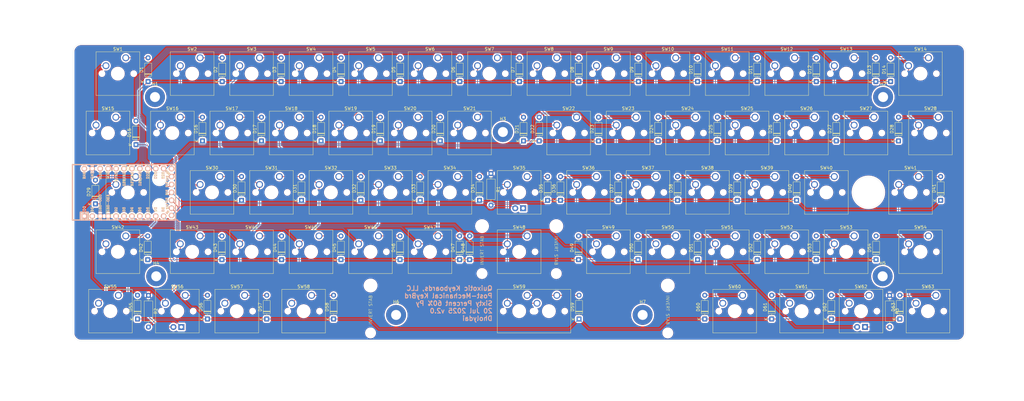
<source format=kicad_pcb>
(kicad_pcb (version 20241229) (generator "pcbnew") (generator_version "9.0")
  (title_block (title "Post-Mechanical 60 Percent Py") (date "2025-07-20") (rev "2") (company "Quixotic Keyboards, LLC") (comment 2 "Final for the new tight case and future minimalist case") (comment 3 "Redux for Maple-Pi RP2040") (comment 4 "Add Caps Lock LED and Layer indicator LEDs"))
  (layers (0 "F.Cu" signal) (2 "B.Cu" signal) (13 "F.Paste" user) (15 "B.Paste" user) (5 "F.SilkS" user "F.Silkscreen") (7 "B.SilkS" user "B.Silkscreen") (1 "F.Mask" user) (3 "B.Mask" user) (25 "Edge.Cuts" user))
  (net 0 "")
  (net 1 "Net-(D1-A)")
  (net 2 "Row0")
  (net 3 "Net-(D2-A)")
  (net 4 "Net-(D3-A)")
  (net 5 "Net-(D4-A)")
  (net 6 "Net-(D5-A)")
  (net 7 "Net-(D6-A)")
  (net 8 "Net-(D7-A)")
  (net 9 "Net-(D8-A)")
  (net 10 "Net-(D9-A)")
  (net 11 "Net-(D10-A)")
  (net 12 "Net-(D11-A)")
  (net 13 "Net-(D12-A)")
  (net 14 "Net-(D13-A)")
  (net 15 "Net-(D14-A)")
  (net 16 "Net-(D15-A)")
  (net 17 "Net-(D16-A)")
  (net 18 "Net-(D17-A)")
  (net 19 "Row1")
  (net 20 "Net-(D18-A)")
  (net 21 "Net-(D19-A)")
  (net 22 "Net-(D20-A)")
  (net 23 "Net-(D21-A)")
  (net 24 "Net-(D22-A)")
  (net 25 "Net-(D23-A)")
  (net 26 "Net-(D24-A)")
  (net 27 "Net-(D25-A)")
  (net 28 "Net-(D26-A)")
  (net 29 "Net-(D27-A)")
  (net 30 "Net-(D28-A)")
  (net 31 "Net-(D29-A)")
  (net 32 "Net-(D30-A)")
  (net 33 "Net-(D31-A)")
  (net 34 "Net-(D32-A)")
  (net 35 "Net-(D33-A)")
  (net 36 "Row2")
  (net 37 "Net-(D34-A)")
  (net 38 "Net-(D35-A)")
  (net 39 "Net-(D36-A)")
  (net 40 "Net-(D37-A)")
  (net 41 "Net-(D38-A)")
  (net 42 "Net-(D39-A)")
  (net 43 "Net-(D40-A)")
  (net 44 "Net-(D41-A)")
  (net 45 "Net-(D42-A)")
  (net 46 "Net-(D43-A)")
  (net 47 "Net-(D44-A)")
  (net 48 "Net-(D45-A)")
  (net 49 "Net-(D46-A)")
  (net 50 "Net-(D51-A)")
  (net 51 "Row3")
  (net 52 "Net-(D52-A)")
  (net 53 "Net-(D53-A)")
  (net 54 "Net-(D54-A)")
  (net 55 "Net-(D55-A)")
  (net 56 "Net-(D56-A)")
  (net 57 "Net-(D57-A)")
  (net 58 "Net-(D58-A)")
  (net 59 "Net-(D59-A)")
  (net 60 "Net-(D60-A)")
  (net 61 "Net-(D61-A)")
  (net 62 "Net-(D62-A)")
  (net 63 "Net-(D63-A)")
  (net 64 "Row4")
  (net 65 "Col0")
  (net 66 "Col1")
  (net 67 "Col2")
  (net 68 "Col3")
  (net 69 "Col4")
  (net 70 "Col5")
  (net 71 "Col6")
  (net 72 "Col7")
  (net 73 "Col8")
  (net 74 "Col9")
  (net 75 "Col10")
  (net 76 "Col11")
  (net 77 "Col12")
  (net 78 "Col13")
  (net 79 "Net-(D47-A)")
  (net 80 "Net-(D48-A)")
  (net 81 "Net-(D49-A)")
  (net 82 "Net-(D50-A)")
  (net 83 "GND")
  (net 84 "Net-(D64-K)")
  (net 85 "+5V")
  (net 86 "Caps")
  (net 87 "FnRgt")
  (net 88 "FnLft")
  (net 92 "Net-(D65-K)")
  (net 93 "Net-(D66-K)")
  (footprint "Button_Switch_Keyboard:SW_Cherry_MX_1.00u_PCB" (layer "F.Cu") (at 134.105 89.5125)
    (property "Reference" "SW3")
    (property "Value" "SW_Push")
  )
  (footprint "Button_Switch_Keyboard:SW_Cherry_MX_1.00u_PCB" (layer "F.Cu") (at 324.605 146.6625)
    (property "Reference" "SW53")
    (property "Value" "SW_Push")
  )
  (footprint "Button_Switch_Keyboard:SW_Cherry_MX_1.00u_PCB" (layer "F.Cu") (at 286.505 89.5125)
    (property "Reference" "SW11")
    (property "Value" "SW_Push")
  )
  (footprint "Button_Switch_Keyboard:SW_Cherry_MX_1.00u_PCB" (layer "F.Cu") (at 159.51125 127.6125)
    (property "Reference" "SW32")
    (property "Value" "SW_Push")
  )
  (footprint "Diode_THT:D_DO-35_SOD27_P7.62mm_Horizontal" (layer "F.Cu") (at 198.21375 154.2825 90)
    (property "Reference" "D47")
    (property "Value" "1N4148")
  )
  (footprint "Button_Switch_Keyboard:SW_Cherry_MX_1.25u_PCB" (layer "F.Cu") (at 88.86375 165.7075)
    (property "Reference" "SW55")
    (property "Value" "SW_Push")
  )
  (footprint "Resistor_THT:R_Axial_DIN0207_L6.3mm_D2.5mm_P10.16mm_Horizontal" (layer "F.Cu") (at 98.5 165.7175 -90)
    (property "Reference" "R2")
    (property "Value" "62 Ohm")
  )
  (footprint "Button_Switch_Keyboard:SW_Cherry_MX_1.00u_PCB" (layer "F.Cu") (at 311.89625 108.5625)
    (property "Reference" "SW26")
    (property "Value" "SW_Push")
  )
  (footprint "Button_Switch_Keyboard:SW_Cherry_MX_1.00u_PCB" (layer "F.Cu") (at 248.405 146.6625)
    (property "Reference" "SW49")
    (property "Value" "SW_Push")
  )
  (footprint "Button_Switch_Keyboard:SW_Cherry_MX_1.25u_PCB" (layer "F.Cu") (at 150.77375 165.7175)
    (property "Reference" "SW58")
    (property "Value" "SW_Push")
  )
  (footprint "Button_Switch_Keyboard:SW_Cherry_MX_1.00u_PCB" (layer "F.Cu") (at 115.05375 89.5125)
    (property "Reference" "SW2")
    (property "Value" "SW_Push")
  )
  (footprint "Diode_THT:D_DO-35_SOD27_P7.62mm_Horizontal" (layer "F.Cu") (at 141.16495 154.2825 90)
    (property "Reference" "D44")
    (property "Value" "1N4148")
  )
  (footprint "Diode_THT:D_DO-35_SOD27_P7.62mm_Horizontal" (layer "F.Cu") (at 185.56415 135.2325 90)
    (property "Reference" "D33")
    (property "Value" "1N4148")
  )
  (footprint "Button_Switch_Keyboard:SW_Cherry_MX_1.00u_PCB" (layer "F.Cu") (at 267.455 89.5125)
    (property "Reference" "SW10")
    (property "Value" "SW_Push")
  )
  (footprint "Diode_THT:D_DO-35_SOD27_P7.62mm_Horizontal" (layer "F.Cu") (at 217.39035 97.1325 90)
    (property "Reference" "D7")
    (property "Value" "1N4148")
  )
  (footprint "Diode_THT:D_DO-35_SOD27_P7.62mm_Horizontal" (layer "F.Cu") (at 339.25 173.3 90)
    (property "Reference" "D63")
    (property "Value" "1N4148")
  )
  (footprint "Diode_THT:D_DO-35_SOD27_P7.62mm_Horizontal" (layer "F.Cu") (at 179.16335 97.1325 90)
    (property "Reference" "D5")
    (property "Value" "1N4148")
  )
  (footprint "MountingHole:MountingHole_3.2mm_M3_Pad" (layer "F.Cu") (at 333.74775 159.6)
    (property "Reference" "H5")
    (property "Value" "Hole")
  )
  (footprint "Diode_THT:D_DO-35_SOD27_P7.62mm_Horizontal" (layer "F.Cu") (at 198.26415 97.1325 90)
    (property "Reference" "D6")
    (property "Value" "1N4148")
  )
  (footprint "Diode_THT:D_DO-35_SOD27_P7.62mm_Horizontal" (layer "F.Cu") (at 218.68375 116.1825 90)
    (property "Reference" "D21")
    (property "Value" "1N4148")
  )
  (footprint "Diode_THT:D_DO-35_SOD27_P7.62mm_Horizontal" (layer "F.Cu") (at 318.88875 116.1825 90)
    (property "Reference" "D27")
    (property "Value" "1N4148")
  )
  (footprint "Diode_THT:D_DO-35_SOD27_P7.62mm_Horizontal" (layer "F.Cu") (at 306.18875 135.2325 90)
    (property "Reference" "D40")
    (property "Value" "1N4148")
  )
  (footprint "Diode_THT:D_DO-35_SOD27_P7.62mm_Horizontal" (layer "F.Cu") (at 336.3 97.1325 90)
    (property "Reference" "D14")
    (property "Value" "1N4148")
  )
  (footprint "Diode_THT:D_DO-35_SOD27_P7.62mm_Horizontal" (layer "F.Cu") (at 94.51375 117.3775 90)
    (property "Reference" "D15")
    (property "Value" "1N4148")
  )
  (footprint "Button_Switch_Keyboard:SW_Cherry_MX_1.00u_PCB" (layer "F.Cu") (at 329.3675 165.7125)
    (property "Reference" "SW62")
    (property "Value" "SW_Push")
  )
  (footprint "Dholydai-Parts:SW_Cherry_MX_1.8333u_PCB" (layer "F.Cu") (at 94.42125 127.61375)
    (property "Reference" "SW29")
    (property "Value" "SW_Push")
  )
  (footprint "Diode_THT:D_DO-35_SOD27_P7.62mm_Horizontal" (layer "F.Cu") (at 299.86415 116.1825 90)
    (property "Reference" "D26")
    (property "Value" "1N4148")
  )
  (footprint "Diode_THT:D_DO-35_SOD27_P7.62mm_Horizontal" (layer "F.Cu") (at 274.46415 154.2825 90)
    (property "Reference" "D51")
    (property "Value" "1N4148")
  )
  (footprint "Button_Switch_Keyboard:SW_Cherry_MX_1.00u_PCB" (layer "F.Cu") (at 108.7025 108.5625)
    (property "Reference" "SW16")
    (property "Value" "SW_Push")
  )
  (footprint "MountingHole:MountingHole_3.2mm_M3_Pad" (layer "F.Cu") (at 212.07375 113.3175)
    (property "Reference" "H3")
    (property "Value" "Hole")
  )
  (footprint "Diode_THT:D_DO-35_SOD27_P7.62mm_Horizontal" (layer "F.Cu") (at 280.78875 116.1825 90)
    (property "Reference" "D25")
    (property "Value" "1N4148")
  )
  (footprint "Diode_THT:D_DO-35_SOD27_P7.62mm_Horizontal" (layer "F.Cu") (at 338.82775 116.1825 90)
    (property "Reference" "D28")
    (property "Value" "1N4148")
  )
  (footprint "Button_Switch_Keyboard:SW_Cherry_MX_1.00u_PCB" (layer "F.Cu") (at 235.69375 108.5625)
    (property "Reference" "SW22")
    (property "Value" "SW_Push")
  )
  (footprint "Button_Switch_Keyboard:SW_Cherry_MX_1.00u_PCB" (layer "F.Cu") (at 310.3175 165.7125)
    (property "Reference" "SW61")
    (property "Value" "SW_Push")
  )
  (footprint "Dholydai-Parts:SW_Ch_MX_LED_Template" (layer "F.Cu") (at 110.31375 165.7175)
    (property "Reference" "D65")
    (property "Value" "LED 2.2V")
  )
  (footprint "Diode_THT:D_DO-35_SOD27_P7.62mm_Horizontal" (layer "F.Cu") (at 268.03795 135.2325 90)
    (property "Reference" "D38")
    (property "Value" "1N4148")
  )
  (footprint "Button_Switch_Keyboard:SW_Cherry_MX_1.00u_PCB" (layer "F.Cu") (at 286.505 146.6625)
    (property "Reference" "SW51")
    (property "Value" "SW_Push")
  )
  (footprint "Button_Switch_Keyboard:SW_Cherry_MX_1.00u_PCB" (layer "F.Cu") (at 146.8025 108.5625)
    (property "Reference" "SW18")
    (property "Value" "SW_Push")
  )
  (footprint "Button_Switch_Keyboard:SW_Cherry_MX_1.00u_PCB" (layer "F.Cu") (at 318.25625 127.61375)
    (property "Reference" "SW40")
    (property "Value" "SW_Push" (hide yes))
  )
  (footprint "Button_Switch_Keyboard:SW_Cherry_MX_1.00u_PCB" (layer "F.Cu") (at 324.605 89.5125)
    (property "Reference" "SW13")
    (property "Value" "SW_Push")
  )
  (footprint "Diode_THT:D_DO-35_SOD27_P7.62mm_Horizontal" (layer "F.Cu") (at 261.81495 116.1825 90)
    (property "Reference" "D24")
    (property "Value" "1N4148")
  )
  (footprint "MountingHole:MountingHole_3.2mm_M3_Pad" (layer "F.Cu") (at 101 159.6)
    (property "Reference" "H4")
    (property "Value" "Hole")
  )
  (footprint "Button_Switch_Keyboard:SW_Cherry_MX_1.00u_PCB" (layer "F.Cu") (at 229.355 89.5125)
    (property "Reference" "SW8")
    (property "Value" "SW_Push")
  )
  (footprint "Diode_THT:D_DO-35_SOD27_P7.62mm_Horizontal" (layer "F.Cu") (at 312.46255 154.2825 90)
    (property "Reference" "D53")
    (property "Value" "1N4148")
  )
  (footprint "Diode_THT:D_DO-35_SOD27_P7.62mm_Horizontal" (layer "F.Cu") (at 287.16415 135.2325 90)
    (property "Reference" "D39")
    (property "Value" "1N4148")
  )
  (footprint "Dholydai-Parts:SW_Cherry_MX_1.8333u_PCB" (layer "F.Cu") (at 345.23625 127.61375)
    (property "Reference" "SW41")
    (property "Value" "SW_Push")
  )
  (footprint "Diode_THT:D_DO-35_SOD27_P7.62mm_Horizontal" (layer "F.Cu") (at 179.11375 154.2825 90)
    (property "Reference" "D46")
    (property "Value" "1N4148")
  )
  (footprint "Button_Switch_Keyboard:SW_Cherry_MX_1.25u_PCB" (layer "F.Cu") (at 288.88625 165.7125)
    (property "Reference" "SW60")
    (property "Value" "SW_Push")
  )
  (footprint "Dholydai-Parts:SW_Cherry_MX_1.1666u_PCB" (layer "F.Cu") (at 351.58625 108.5625)
    (property "Reference" "SW28")
    (property "Value" "SW_Push")
  )
  (footprint "Button_Switch_Keyboard:SW_Cherry_MX_1.00u_PCB" (layer "F.Cu") (at 165.8525 108.5625)
    (property "Reference" "SW19")
    (property "Value" "SW_Push")
  )
  (footprint "Diode_THT:D_DO-35_SOD27_P7.62mm_Horizontal" (layer "F.Cu") (at 95 173.3 90)
    (property "Reference" "D55")
    (property "Value" "1N4148")
  )
  (footprint "Diode_THT:D_DO-35_SOD27_P7.62mm_Horizontal" (layer "F.Cu") (at 204.58875 135.2325 90)
    (property "Reference" "D34")
    (property "Value" "1N4148")
  )
  (footprint "Diode_THT:D_DO-35_SOD27_P7.62mm_Horizontal" (layer "F.Cu") (at 115.81375 116.1825 90)
    (property "Reference" "D16")
    (property "Value" "1N4148")
  )
  (footprint "Diode_THT:D_DO-35_SOD27_P7.62mm_Horizontal" (layer "F.Cu") (at 236.46575 173.3 90)
    (property "Reference" "D59")
    (property "Value" "1N4148")
  )
  (footprint "Button_Switch_Keyboard:SW_Cherry_MX_1.00u_PCB" (layer "F.Cu") (at 305.555 146.6625)
    (property "Reference" "SW52")
    (property "Value" "SW_Push")
  )
  (footprint "Dholydai-Parts:SW_Ch_Inv_MX_6.00u_PCB_Stagger" (layer "F.Cu") (at 219.830633 165.715605)
    (property "Reference" "SW59")
    (property "Value" "SW_Push")
  )
  (footprint "Diode_THT:D_DO-35_SOD27_P7.62mm_Horizontal" (layer "F.Cu") (at 226.4 135.2325 90)
    (property "Reference" "D35")
    (property "Value" "1N4148")
  )
  (footprint "Diode_THT:D_DO-35_SOD27_P7.62mm_Horizontal" (layer "F.Cu") (at 98.39375 97.1325 90)
    (property "Reference" "D1")
    (property "Value" "1N4148")
  )
  (footprint "Diode_THT:D_DO-35_SOD27_P7.62mm_Horizontal" (layer "F.Cu") (at 141.01255 97.1325 90)
    (property "Reference" "D3")
    (property "Value" "1N4148")
  )
  (footprint "Button_Switch_Keyboard:SW_Cherry_MX_1.00u_PCB" (layer "F.Cu") (at 172.205 89.5125)
    (property "Reference" "SW5")
    (property "Value" "SW_Push")
  )
  (footprint "Button_Switch_Keyboard:SW_Cherry_MX_1.50u_PCB" (layer "F.Cu") (at 348.4175 146.6625)
    (property "Reference" "SW54")
    (property "Value" "SW_Push")
  )
  (footprint "Button_Switch_Keyboard:SW_Cherry_MX_1.00u_PCB" (layer "F.Cu") (at 305.555 89.5125)
    (property "Reference" "SW12")
    (property "Value" "SW_Push")
  )
  (footprint "MountingHole:MountingHole_3.2mm_M3_Pad" (layer "F.Cu") (at 100.6 102.1)
    (property "Reference" "H1")
    (property "Value" "Hole")
  )
  (footprint "Button_Switch_Keyboard:SW_Cherry_MX_1.00u_PCB" (layer "F.Cu") (at 203.95375 108.5625)
    (property "Reference" "SW21")
    (property "Value" "SW_Push")
  )
  (footprint "Button_Switch_Keyboard:SW_Cherry_MX_1.00u_PCB" (layer "F.Cu") (at 191.255 89.5125)
    (property "Reference" "SW6")
    (property "Value" "SW_Push")
  )
  (footprint "Diode_THT:D_DO-35_SOD27_P7.62mm_Horizontal" (layer "F.Cu") (at 160.21495 97.1325 90)
    (property "Reference" "D4")
    (property "Value" "1N4148")
  )
  (footprint "Button_Switch_Keyboard:SW_Cherry_MX_1.00u_PCB" (layer "F.Cu") (at 197.61125 127.6125)
    (property "Reference" "SW34")
    (property "Value" "SW_Push")
  )
  (footprint "Button_Switch_Keyboard:SW_Cherry_MX_1.00u_PCB" (layer "F.Cu") (at 115.055 146.6625)
    (property "Reference" "SW43")
    (property "Value" "SW_Push")
  )
  (footprint "Diode_THT:D_DO-35_SOD27_P7.62mm_Horizontal" (layer "F.Cu") (at 201.41375 154.2825 90)
    (property "Reference" "D48")
    (property "Value" "1N4148")
  )
  (footprint "Button_Switch_Keyboard:SW_Cherry_MX_1.50u_PCB" (layer "F.Cu") (at 91.24125 89.5125)
    (property "Reference" "SW1")
    (property "Value" "SW_Push")
  )
  (footprint "Diode_THT:D_DO-35_SOD27_P7.62mm_Horizontal" (layer "F.Cu") (at 136.40375 173.3 90)
    (property "Reference" "D57")
    (property "Value" "1N4148")
  )
  (footprint "Button_Switch_Keyboard:SW_Cherry_MX_1.00u_PCB" (layer "F.Cu") (at 267.45375 146.6575)
    (property "Reference" "SW50")
    (property "Value" "SW_Push")
  )
  (footprint "Button_Switch_Keyboard:SW_Cherry_MX_1.00u_PCB" (layer "F.Cu") (at 273.79625 108.5625)
    (property "Reference" "SW24")
    (property "Value" "SW_Push")
  )
  (footprint "Button_Switch_Keyboard:SW_Cherry_MX_1.00u_PCB" (layer "F.Cu") (at 210.305 89.5125)
    (property "Reference" "SW7")
    (property "Value" "SW_Push")
  )
  (footprint "Button_Switch_Keyboard:SW_Cherry_MX_1.00u_PCB" (layer "F.Cu") (at 261.10625 127.61375)
    (property "Reference" "SW37")
    (property "Value" "SW_Push")
  )
  (footprint "MountingHole:MountingHole_3.2mm_M3_Pad" (layer "F.Cu") (at 177.85 172)
    (property "Reference" "H6")
    (property "Value" "Hole")
  )
  (footprint "Button_Switch_Keyboard:SW_Cherry_MX_1.00u_PCB" (layer "F.Cu") (at 242.05625 127.61375)
    (property "Reference" "SW36")
    (property "Value" "SW_Push")
  )
  (footprint "Diode_THT:D_DO-35_SOD27_P7.62mm_Horizontal" (layer "F.Cu") (at 230.52215 135.2325 90)
    (property "Reference" "D36")
    (property "Value" "1N4148")
  )
  (footprint "Dholydai-Parts:SW_Ch_Inv_MX_2.00u_PCB" (layer "F.Cu") (at 219.827439 146.663531)
    (property "Reference" "SW48")
    (property "Value" "SW_Push")
  )
  (footprint "Button_Switch_Keyboard:SW_Cherry_MX_1.00u_PCB" (layer "F.Cu") (at 129.3425 165.7125)
    (property "Reference" "SW57")
    (property "Value" "SW_Push")
  )
  (footprint "Diode_THT:D_DO-35_SOD27_P7.62mm_Horizontal" (layer "F.Cu") (at 249.03875 135.2325 90)
    (property "Reference" "D37")
    (property "Value" "1N4148")
  )
  (footprint "Diode_THT:D_DO-35_SOD27_P7.62mm_Horizontal" (layer "F.Cu") (at 134.71335 116.1825 90)
    (property "Reference" "D17")
    (property "Value" "1N4148")
  )
  (footprint "Diode_THT:D_DO-35_SOD27_P7.62mm_Horizontal" (layer "F.Cu") (at 122.03875 154.2825 90)
    (property "Reference" "D43")
    (property "Value" "1N4148")
  )
  (footprint "Diode_THT:D_DO-35_SOD27_P7.62mm_Horizontal" (layer "F.Cu") (at 317.306 173.3 90)
    (property "Reference" "D62")
    (property "Value" "1N4148")
  )
  (footprint "Button_Switch_Keyboard:SW_Cherry_MX_1.00u_PCB" (layer "F.Cu") (at 178.56125 127.6125)
    (property "Reference" "SW33")
    (property "Value" "SW_Push")
  )
  (footprint "Diode_THT:D_DO-35_SOD27_P7.62mm_Horizontal" (layer "F.Cu") (at 331.56335 97.1325 90)
    (property "Reference" "D13")
    (property "Value" "1N4148")
  )
  (footprint "Diode_THT:D_DO-35_SOD27_P7.62mm_Horizontal" (layer "F.Cu") (at 147.54035 135.2325 90)
    (property "Reference" "D31")
    (property "Value" "1N4148")
  )
  (footprint "Diode_THT:D_DO-35_SOD27_P7.62mm_Horizontal" (layer "F.Cu") (at 191.990351 116.1825 90)
    (property "Reference" "D20")
    (property "Value" "1N4148")
  )
  (footprint "Button_Switch_Keyboard:SW_Cherry_MX_1.00u_PCB" (layer "F.Cu") (at 153.155 89.5125)
    (property "Reference" "SW4")
    (property "Value" "SW_Push")
  )
  (footprint "MountingHole:MountingHole_3.2mm_M3_Pad" (layer "F.Cu") (at 333.892555 102.1)
    (property "Reference" "H2")
    (property "Value" "Hole")
  )
  (footprint "Button_Switch_Keyboard:SW_Cherry_MX_1.25u_PCB" (layer "F.Cu") (at 350.79875 165.7125)
    (property "Reference" "SW63")
    (property "Value" "SW_Push")
  )
  (footprint "Dholydai-Parts:Elite-Pi" (layer "F.Cu") (at 91.94375 132.6875)
    (property "Reference" "U1" (hide yes))
    (property "Value" "Elite-Pi" (hide yes))
  )
  (footprint "Button_Switch_Keyboard:SW_Cherry_MX_1.00u_PCB" (layer "F.Cu") (at 292.84625 108.5625)
    (property "Reference" "SW25")
    (property "Value" "SW_Push")
  )
  (footprint "Button_Switch_Keyboard:SW_Cherry_MX_1.00u_PCB" (layer "F.Cu") (at 121.41125 127.6125)
    (property "Reference" "SW30")
    (property "Value" "SW_Push")
  )
  (footprint "Diode_THT:D_DO-35_SOD27_P7.62mm_Horizontal" (layer "F.Cu") (at 117.40375 173.3 90)
    (property "Reference" "D56")
    (property "Value" "1N4148")
  )
  (footprint "Diode_THT:D_DO-35_SOD27_P7.62mm_Horizontal" (layer "F.Cu") (at 312.48795 97.1325 90)
    (property "Reference" "D12")
    (property "Value" "1N4148")
  )
  (footprint "Button_Switch_Keyboard:SW_Cherry_MX_1.50u_PCB" (layer "F.Cu") (at 348.4175 89.5125)
    (property "Reference" "SW14")
    (property "Value" "SW_Push")
  )
  (footprint "Button_Switch_Keyboard:SW_Cherry_MX_1.00u_PCB" (layer "F.Cu") (at 172.205 146.6625)
    (property "Reference" "SW46")
    (property "Value" "SW_Push")
  )
  (footprint "Button_Switch_Keyboard:SW_Cherry_MX_1.00u_PCB" (layer "F.Cu") (at 299.20625 127.61375)
    (property "Reference" "SW39")
    (property "Value" "SW_Push")
  )
  (footprint "Button_Switch_Keyboard:SW_Cherry_MX_1.00u_PCB" (layer "F.Cu") (at 140.46125 127.6125)
    (property "Reference" "SW31")
    (property "Value" "SW_Push")
  )
  (footprint "Diode_THT:D_DO-35_SOD27_P7.62mm_Horizontal" (layer "F.Cu") (at 223.68955 116.1825 90)
    (property "Reference" "D22")
    (property "Value" "1N4148")
  )
  (footprint "Dholydai-Parts:SW_Cherry_MX_1.3333u_PCB" (layer "F.Cu") (at 219.83625 127.61375)
    (property "Reference" "SW35")
    (property "Value" "SW_Push")
  )
  (footprint "Diode_THT:D_DO-35_SOD27_P7.62mm_Horizontal" (layer "F.Cu") (at 293.56495 154.2825 90)
    (property "Reference" "D52")
    (property "Value" "1N4148")
  )
  (footprint "Diode_THT:D_DO-35_SOD27_P7.62mm_Horizontal" (layer "F.Cu") (at 276.75015 173.3 90)
    (property "Reference" "D60")
    (property "Value" "1N4148")
  )
  (footprint "Diode_THT:D_DO-35_SOD27_P7.62mm_Horizontal" (layer "F.Cu") (at 157.82735 173.3 90)
    (property "Reference" "D58")
    (property "Value" "1N4148")
  )
  (footprint "Diode_THT:D_DO-35_SOD27_P7.62mm_Horizontal" (layer "F.Cu") (at 293.56495 97.1325 90)
    (property "Reference" "D11")
    (property "Value" "1N4148")
  )
  (footprint "Diode_THT:D_DO-35_SOD27_P7.62mm_Horizontal" (layer "F.Cu") (at 352.33375 135.2325 90)
    (property "Reference" "D41")
    (property "Value" "1N4148")
  )
  (footprint "Diode_THT:D_DO-35_SOD27_P7.62mm_Horizontal" (layer "F.Cu") (at 242.71415 116.1825 90)
    (property "Reference" "D23")
    (property "Value" "1N4148")
  )
  (footprint "Diode_THT:D_DO-35_SOD27_P7.62mm_Horizontal" (layer "F.Cu") (at 236.31335 154.2825 90)
    (property "Reference" "D49")
    (property "Value" "1N4148")
  )
  (footprint "Diode_THT:D_DO-35_SOD27_P7.62mm_Horizontal" (layer "F.Cu") (at 331.63955 154.2825 90)
    (property "Reference" "D54")
    (property "Value" "1N4148")
  )
  (footprint "Button_Switch_Keyboard:SW_Cherry_MX_1.00u_PCB" (layer "F.Cu") (at 248.405 89.5125)
    (property "Reference" "SW9")
    (property "Value" "SW_Push")
  )
  (footprint "Resistor_THT:R_Axial_DIN0207_L6.3mm_D2.5mm_P10.16mm_Horizontal" (layer "F.Cu") (at 336.00375 165.7175 -90)
    (property "Reference" "R3")
    (property "Value" "62 Ohm")
  )
  (footprint "Button_Switch_Keyboard:SW_Cherry_MX_1.00u_PCB" (layer "F.Cu") (at 191.255 146.6625)
    (property "Reference" "SW47")
    (property "Value" "SW_Push")
  )
  (footprint "Dholydai-Parts:SW_Cherry_MX_1.1666u_PCB" (layer "F.Cu") (at 88.06625 108.5625)
    (property "Reference" "SW15")
    (property "Value" "SW_Push")
  )
  (footprint "Diode_THT:D_DO-35_SOD27_P7.62mm_Horizontal" (layer "F.Cu") (at 160.18955 154.2825 90)
    (property "Reference" "D45")
    (property "Value" "1N4148")
  )
  (footprint "Diode_THT:D_DO-35_SOD27_P7.62mm_Horizontal" (layer "F.Cu") (at 122.14035 97.1325 90)
    (property "Reference" "D2")
    (property "Value" "1N4148")
  )
  (footprint "Button_Switch_Keyboard:SW_Cherry_MX_1.00u_PCB" (layer "F.Cu") (at 184.9025 108.5625)
    (property "Reference" "SW20")
    (property "Value" "SW_Push")
  )
  (footprint "Diode_THT:D_DO-35_SOD27_P7.62mm_Horizontal" (layer "F.Cu") (at 298.2 173.3 90)
    (property "Reference" "D61")
    (property "Value" "1N4148")
  )
  (footprint "Diode_THT:D_DO-35_SOD27_P7.62mm_Horizontal" (layer "F.Cu") (at 255.36335 154.2825 90)
    (property "Reference" "D50")
    (property "Value" "1N4148")
  )
  (footprint "Diode_THT:D_DO-35_SOD27_P7.62mm_Horizontal" (layer "F.Cu") (at 172.78795 116.1825 90)
    (property "Reference" "D19")
    (property "Value" "1N4148")
  )
  (footprint "Diode_THT:D_DO-35_SOD27_P7.62mm_Horizontal" (layer "F.Cu") (at 81.51375 136.3775 90)
    (property "Reference" "D29")
    (property "Value" "1N4148")
  )
  (footprint "Button_Switch_Keyboard:SW_Cherry_MX_1.00u_PCB" (layer "F.Cu") (at 280.15625 127.61375)
    (property "Reference" "SW38")
    (property "Value" "SW_Push")
  )
  (footprint "Button_Switch_Keyboard:SW_Cherry_MX_1.00u_PCB" (layer "F.Cu") (at 127.7525 108.5625)
    (property "Reference" "SW17")
    (property "Value" "SW_Push")
  )
  (footprint "MountingHole:MountingHole_3.2mm_M3_Pad" (layer "F.Cu") (at 256.85 172)
    (property "Reference" "H7")
    (property "Value" "Hole")
  )
  (footprint "Button_Switch_Keyboard:SW_Cherry_MX_1.00u_PCB" (layer "F.Cu") (at 110.2925 165.7125)
    (property "Reference" "SW56")
    (property "Value" "SW_Push")
  )
  (footprint "Dholydai-Parts:SW_Ch_MX_LED_Template" (layer "F.Cu") (at 219.84375 127.6275)
    (property "Reference" "D64")
    (property "Value" "LED 2.2V")
  )
  (footprint "Diode_THT:D_DO-35_SOD27_P7.62mm_Horizontal" (layer "F.Cu") (at 98.28975 154.2825 90)
    (property "Reference" "D42")
    (property "Value" "1N4148")
  )
  (footprint "Button_Switch_Keyboard:SW_Cherry_MX_1.00u_PCB" (layer "F.Cu") (at 134.105 146.6625)
    (property "Reference" "SW44")
    (property "Value" "SW_Push")
  )
  (footprint "Button_Switch_Keyboard:SW_Cherry_MX_1.50u_PCB" (layer "F.Cu") (at 91.2425 146.6625)
    (property "Reference" "SW42")
    (property "Value" "SW_Push")
  )
  (footprint "Button_Switch_Keyboard:SW_Cherry_MX_1.00u_PCB" (layer "F.Cu") (at 153.155 146.6625)
    (property "Reference" "SW45")
    (property "Value" "SW_Push")
  )
  (footprint "Dholydai-Parts:SW_Ch_MX_LED_Template" (layer "F.Cu") (at 329.38375 165.6975)
    (property "Reference" "D66")
    (property "Value" "LED 2.2V")
  )
  (footprint "Diode_THT:D_DO-35_SOD27_P7.62mm_Horizontal" (layer "F.Cu") (at 255.49035 97.1325 90)
    (property "Reference" "D9")
    (property "Value" "1N4148")
  )
  (footprint "Diode_THT:D_DO-35_SOD27_P7.62mm_Horizontal" (layer "F.Cu") (at 274.43875 97.1325 90)
    (property "Reference" "D10")
    (property "Value" "1N4148")
  )
  (footprint "Button_Switch_Keyboard:SW_Cherry_MX_1.00u_PCB" (layer "F.Cu") (at 254.74625 108.5625)
    (property "Reference" "SW23")
    (property "Value" "SW_Push")
  )
  (footprint "Resistor_THT:R_Axial_DIN0207_L6.3mm_D2.5mm_P10.16mm_Horizontal" (layer "F.Cu") (at 208.24375 126.6375 -90)
    (property "Reference" "R1")
    (property "Value" "62 Ohm")
  )
  (footprint "Diode_THT:D_DO-35_SOD27_P7.62mm_Horizontal" (layer "F.Cu") (at 128.33795 135.2325 90)
    (property "Reference" "D30")
    (property "Value" "1N4148")
  )
  (footprint "Diode_THT:D_DO-35_SOD27_P7.62mm_Horizontal" (layer "F.Cu") (at 153.81415 116.1825 90)
    (property "Reference" "D18")
    (property "Value" "1N4148")
  )
  (footprint "Diode_THT:D_DO-35_SOD27_P7.62mm_Horizontal" (layer "F.Cu") (at 166.55375 135.2325 90)
    (property "Reference" "D32")
    (property "Value" "1N4148")
  )
  (footprint "Button_Switch_Keyboard:SW_Cherry_MX_1.00u_PCB" (layer "F.Cu") (at 330.94625 108.5625)
    (property "Reference" "SW27")
    (property "Value" "SW_Push")
  )
  (footprint "Diode_THT:D_DO-35_SOD27_P7.62mm_Horizontal" (layer "F.Cu") (at 236.38955 97.1325 90)
    (property "Reference" "D8")
    (property "Value" "1N4148")
  )
  (gr_arc (start 74.41375 87.6075) (mid 75.157699 85.811449) (end 76.95375 85.0675) (stroke (width 0.05)) (layer "Edge.Cuts"))
  (gr_circle (center 329.18375 132.6575) (end 334.18375 132.6575) (stroke (width 0.05)) (fill no) (layer "Edge.Cuts"))
  (gr_line (start 76.95375 85.0675) (end 357.62375 85.0675) (stroke (width 0.05)) (layer "Edge.Cuts"))
  (gr_line (start 76.9537 180.3175) (end 357.625667 180.3175) (stroke (width 0.05)) (layer "Edge.Cuts"))
  (gr_line (start 74.41375 176) (end 74.41375 87.6075) (stroke (width 0.05)) (layer "Edge.Cuts"))
  (gr_arc (start 360.165667 177.775593) (mid 359.421694 179.57162) (end 357.625667 180.315593) (stroke (width 0.05)) (layer "Edge.Cuts"))
  (gr_circle (center 102.05 136.95) (end 104.05 136.95) (stroke (width 0.05)) (fill no) (layer "Edge.Cuts"))
  (gr_line (start 360.16375 87.6075) (end 360.16375 177.775593) (stroke (width 0.05)) (layer "Edge.Cuts"))
  (gr_arc (start 357.62375 85.0675) (mid 359.419801 85.811449) (end 360.16375 87.6075) (stroke (width 0.05)) (layer "Edge.Cuts"))
  (gr_arc (start 76.9537 180.3175) (mid 75.157681 179.573534) (end 74.4137 177.7775) (stroke (width 0.05)) (layer "Edge.Cuts"))
  (gr_line (start 74.41375 176) (end 74.41375 177.7775) (stroke (width 0.05)) (layer "Edge.Cuts"))
  (gr_circle (center 102.05 128.3) (end 104.05 128.3) (stroke (width 0.05)) (fill no) (layer "Edge.Cuts"))
  (gr_text "Quixotic Keyboards, LLC\nPost-Mechanical KeyBrd\nSixty Percent 60% Py\n20 Jul 2025 v2.0\nDholydai" (at 208.88135 174 0) (layer "B.SilkS") (effects (font (size 1.5 1.5) (thickness 0.3) (bold yes)) (justify left bottom mirror)))
  (segment (start 91.24125 89.5125) (end 98.39135 89.5125) (width 0.2) (layer "F.Cu") (net 1))
  (segment (start 95.29255 108.980665) (end 95.29255 100.2313) (width 0.2) (layer "F.Cu") (net 2))
  (segment (start 107.09005 126.4312) (end 105.91375 127.6075) (width 0.2) (layer "F.Cu") (net 2))
  (segment (start 107.09005 121.5438) (end 95.61375 110.0675) (width 0.2) (layer "F.Cu") (net 2))
  (segment (start 95.61375 109.301865) (end 95.29255 108.980665) (width 0.2) (layer "F.Cu") (net 2))
  (segment (start 107.09005 126.4312) (end 107.09005 121.5438) (width 0.2) (layer "F.Cu") (net 2))
  (segment (start 95.61375 110.0675) (end 95.61375 109.301865) (width 0.2) (layer "F.Cu") (net 2))
  (segment (start 95.29255 100.2313) (end 98.39135 97.1325) (width 0.2) (layer "F.Cu") (net 2))
  (segment (start 179.16335 97.1325) (end 160.21495 97.1325) (width 0.2) (layer "B.Cu") (net 2))
  (segment (start 255.814436 97.1325) (end 255.652393 97.294543) (width 0.2) (layer "B.Cu") (net 2))
  (segment (start 255.46495 97.1325) (end 236.38955 97.1325) (width 0.2) (layer "B.Cu") (net 2))
  (segment (start 160.21495 97.1325) (end 141.01255 97.1325) (width 0.2) (layer "B.Cu") (net 2))
  (segment (start 274.43875 97.1325) (end 255.814436 97.1325) (width 0.2) (layer "B.Cu") (net 2))
  (segment (start 255.49035 97.1071) (end 255.46495 97.1325) (width 0.2) (layer "B.Cu") (net 2))
  (segment (start 312.48795 97.1325) (end 293.56495 97.1325) (width 0.2) (layer "B.Cu") (net 2))
  (segment (start 293.56495 97.1325) (end 274.43875 97.1325) (width 0.2) (layer "B.Cu") (net 2))
  (segment (start 217.39035 97.1325) (end 198.26415 97.1325) (width 0.2) (layer "B.Cu") (net 2))
  (segment (start 198.26415 97.1325) (end 179.16335 97.1325) (width 0.2) (layer "B.Cu") (net 2))
  (segment (start 236.38955 97.1325) (end 217.39035 97.1325) (width 0.2) (layer "B.Cu") (net 2))
  (segment (start 331.56335 97.1325) (end 312.48795 97.1325) (width 0.2) (layer "B.Cu") (net 2))
  (segment (start 255.49035 97.1325) (end 255.49035 97.1071) (width 0.2) (layer "B.Cu") (net 2))
  (segment (start 336.3 97.1325) (end 336.3 97.19555) (width 0.2) (layer "B.Cu") (net 2))
  (segment (start 336.23695 97.1325) (end 331.56335 97.1325) (width 0.2) (layer "B.Cu") (net 2))
  (segment (start 122.14035 97.1325) (end 98.39135 97.1325) (width 0.2) (layer "B.Cu") (net 2))
  (segment (start 141.01255 97.1325) (end 122.14035 97.1325) (width 0.2) (layer "B.Cu") (net 2))
  (segment (start 336.3 97.19555) (end 336.23695 97.1325) (width 0.2) (layer "B.Cu") (net 2))
  (segment (start 115.05375 89.5125) (end 122.14035 89.5125) (width 0.2) (layer "F.Cu") (net 3))
  (segment (start 134.105 89.5125) (end 141.01255 89.5125) (width 0.2) (layer "F.Cu") (net 4))
  (segment (start 153.155 89.5125) (end 160.21495 89.5125) (width 0.2) (layer "F.Cu") (net 5))
  (segment (start 172.205 89.5125) (end 179.16335 89.5125) (width 0.2) (layer "F.Cu") (net 6))
  (segment (start 191.255 89.5125) (end 198.26415 89.5125) (width 0.2) (layer "F.Cu") (net 7))
  (segment (start 210.305 89.5125) (end 217.39035 89.5125) (width 0.2) (layer "F.Cu") (net 8))
  (segment (start 229.355 89.5125) (end 236.38955 89.5125) (width 0.2) (layer "F.Cu") (net 9))
  (segment (start 248.405 89.5125) (end 255.49035 89.5125) (width 0.2) (layer "F.Cu") (net 10))
  (segment (start 267.455 89.5125) (end 274.43875 89.5125) (width 0.2) (layer "F.Cu") (net 11))
  (segment (start 286.52375 89.53125) (end 286.505 89.5125) (width 0.2) (layer "F.Cu") (net 12))
  (segment (start 286.505 89.5125) (end 293.56495 89.5125) (width 0.2) (layer "F.Cu") (net 12))
  (segment (start 305.555 89.5125) (end 312.48795 89.5125) (width 0.2) (layer "F.Cu") (net 13))
  (segment (start 324.605 89.5125) (end 331.56335 89.5125) (width 0.2) (layer "F.Cu") (net 14))
  (segment (start 348.4175 89.5125) (end 336.3 89.5125) (width 0.2) (layer "F.Cu") (net 15))
  (segment (start 93.31875 108.5625) (end 94.51375 109.7575) (width 0.2) (layer "F.Cu") (net 16))
  (segment (start 88.06625 108.5625) (end 93.31875 108.5625) (width 0.2) (layer "F.Cu") (net 16))
  (segment (start 108.7025 108.5625) (end 115.81375 108.5625) (width 0.2) (layer "F.Cu") (net 17))
  (segment (start 127.7525 108.5625) (end 134.71335 108.5625) (width 0.2) (layer "F.Cu") (net 18))
  (segment (start 99.50895 119.0285) (end 99.50895 129.3905) (width 0.2) (layer "F.Cu") (net 19))
  (segment (start 97.85795 117.3775) (end 94.51375 117.3775) (width 0.2) (layer "F.Cu") (net 19))
  (segment (start 100.920902 130.802452) (end 105.258798 130.802452) (width 0.2) (layer "F.Cu") (net 19))
  (segment (start 99.50895 129.3905) (end 100.920902 130.802452) (width 0.2) (layer "F.Cu") (net 19))
  (segment (start 105.258798 130.802452) (end 105.91375 130.1475) (width 0.2) (layer "F.Cu") (net 19))
  (segment (start 97.85795 117.3775) (end 99.50895 119.0285) (width 0.2) (layer "F.Cu") (net 19))
  (segment (start 218.68375 116.1825) (end 223.68955 116.1825) (width 0.2) (layer "F.Cu") (net 19))
  (via (at 97.85795 117.3775) (size 0.6) (drill 0.3) (layers "F.Cu" "B.Cu") (net 19))
  (segment (start 97.68015 122.195414) (end 99.375936 123.8912) (width 0.2) (layer "B.Cu") (net 19))
  (segment (start 135.43835 116.9075) (end 153.08915 116.9075) (width 0.2) (layer "B.Cu") (net 19))
  (segment (start 153.81415 116.1825) (end 154.53915 116.9075) (width 0.2) (layer "B.Cu") (net 19))
  (segment (start 338.82775 116.1825) (end 318.88875 116.1825) (width 0.2) (layer "B.Cu") (net 19))
  (segment (start 172.78795 116.1825) (end 173.51295 116.9075) (width 0.2) (layer "B.Cu") (net 19))
  (segment (start 280.78875 116.1825) (end 261.81495 116.1825) (width 0.2) (layer "B.Cu") (net 19))
  (segment (start 154.53915 116.9075) (end 172.06295 116.9075) (width 0.2) (layer "B.Cu") (net 19))
  (segment (start 97.68015 117.5553) (end 97.68015 122.195414) (width 0.2) (layer "B.Cu") (net 19))
  (segment (start 217.62875 117.2375) (end 218.68375 116.1825) (width 0.2) (layer "B.Cu") (net 19))
  (segment (start 111.832664 116.9075) (end 115.08875 116.9075) (width 0.2) (layer "B.Cu") (net 19))
  (segment (start 299.86415 116.1825) (end 280.78875 116.1825) (width 0.2) (layer "B.Cu") (net 19))
  (segment (start 115.81375 116.1825) (end 116.53875 116.9075) (width 0.2) (layer "B.Cu") (net 19))
  (segment (start 104.848964 123.8912) (end 111.832664 116.9075) (width 0.2) (layer "B.Cu") (net 19))
  (segment (start 116.53875 116.9075) (end 133.98835 116.9075) (width 0.2) (layer "B.Cu") (net 19))
  (segment (start 153.08915 116.9075) (end 153.81415 116.1825) (width 0.2) (layer "B.Cu") (net 19))
  (segment (start 242.71415 116.1825) (end 223.68955 116.1825) (width 0.2) (layer "B.Cu") (net 19))
  (segment (start 261.81495 116.1825) (end 242.71415 116.1825) (width 0.2) (layer "B.Cu") (net 19))
  (segment (start 192.715351 116.9075) (end 193.026724 116.9075) (width 0.2) (layer "B.Cu") (net 19))
  (segment (start 133.98835 116.9075) (end 134.71335 116.1825) (width 0.2) (layer "B.Cu") (net 19))
  (segment (start 191.990351 116.1825) (end 192.715351 116.9075) (width 0.2) (layer "B.Cu") (net 19))
  (segment (start 97.85795 117.3775) (end 97.68015 117.5553) (width 0.2) (layer "B.Cu") (net 19))
  (segment (start 193.356724 117.2375) (end 217.62875 117.2375) (width 0.2) (layer "B.Cu") (net 19))
  (segment (start 115.08875 116.9075) (end 115.81375 116.1825) (width 0.2) (layer "B.Cu") (net 19))
  (segment (start 172.06295 116.9075) (end 172.78795 116.1825) (width 0.2) (layer "B.Cu") (net 19))
  (segment (start 99.375936 123.8912) (end 104.848964 123.8912) (width 0.2) (layer "B.Cu") (net 19))
  (segment (start 193.026724 116.9075) (end 193.356724 117.2375) (width 0.2) (layer "B.Cu") (net 19))
  (segment (start 318.88875 116.1825) (end 299.86415 116.1825) (width 0.2) (layer "B.Cu") (net 19))
  (segment (start 191.265351 116.9075) (end 191.990351 116.1825) (width 0.2) (layer "B.Cu") (net 19))
  (segment (start 134.71335 116.1825) (end 135.43835 116.9075) (width 0.2) (layer "B.Cu") (net 19))
  (segment (start 173.51295 116.9075) (end 191.265351 116.9075) (width 0.2) (layer "B.Cu") (net 19))
  (segment (start 146.8025 108.5625) (end 153.81415 108.5625) (width 0.2) (layer "F.Cu") (net 20))
  (segment (start 165.8525 108.5625) (end 172.78795 108.5625) (width 0.2) (layer "F.Cu") (net 21))
  (segment (start 184.9025 108.5625) (end 191.990351 108.5625) (width 0.2) (layer "F.Cu") (net 22))
  (segment (start 217.583751 107.462501) (end 218.68375 108.5625) (width 0.2) (layer "F.Cu") (net 23))
  (segment (start 205.053749 107.462501) (end 217.583751 107.462501) (width 0.2) (layer "F.Cu") (net 23))
  (segment (start 203.95375 108.5625) (end 205.053749 107.462501) (width 0.2) (layer "F.Cu") (net 23))
  (segment (start 224.68955 107.5625) (end 234.69375 107.5625) (width 0.2) (layer "B.Cu") (net 24))
  (segment (start 223.68955 108.5625) (end 224.68955 107.5625) (width 0.2) (layer "B.Cu") (net 24))
  (segment (start 234.69375 107.5625) (end 235.69375 108.5625) (width 0.2) (layer "B.Cu") (net 24))
  (segment (start 254.72375 108.585) (end 254.74625 108.5625) (width 0.2) (layer "F.Cu") (net 25))
  (segment (start 242.71415 108.5625) (end 254.74625 108.5625) (width 0.2) (layer "B.Cu") (net 25))
  (segment (start 261.81495 108.5625) (end 273.79625 108.5625) (width 0.2) (layer "B.Cu") (net 26))
  (segment (start 292.82375 108.585) (end 292.84625 108.5625) (width 0.2) (layer "F.Cu") (net 27))
  (segment (start 280.78875 108.5625) (end 292.84625 108.5625) (width 0.2) (layer "B.Cu") (net 27))
  (segment (start 299.86415 108.5625) (end 311.89625 108.5625) (width 0.2) (layer "B.Cu") (net 28))
  (segment (start 318.88875 108.5625) (end 330.94625 108.5625) (width 0.2) (layer "B.Cu") (net 29))
  (segment (start 338.82775 108.5625) (end 351.58625 108.5625) (width 0.2) (layer "B.Cu") (net 30))
  (segment (start 82.6575 127.61375) (end 94.42125 127.61375) (width 0.2) (layer "B.Cu") (net 31))
  (segment (start 81.51375 128.7575) (end 82.6575 127.61375) (width 0.2) (layer "B.Cu") (net 31))
  (segment (start 121.41125 127.6125) (end 128.33795 127.6125) (width 0.2) (layer "F.Cu") (net 32))
  (segment (start 140.46125 127.6125) (end 147.54035 127.6125) (width 0.2) (layer "F.Cu") (net 33))
  (segment (start 166.55375 127.6125) (end 159.51125 127.6125) (width 0.2) (layer "F.Cu") (net 34))
  (segment (start 178.56125 127.6125) (end 185.56415 127.6125) (width 0.2) (layer "F.Cu") (net 35))
  (segment (start 105.91375 132.6875) (end 104.7075 133.89375) (width 0.2) (layer "F.Cu") (net 36))
  (segment (start 104.7075 133.89375) (end 94.359461 133.89375) (width 0.2) (layer "F.Cu") (net 36))
  (segment (start 91.875711 136.3775) (end 81.51375 136.3775) (width 0.2) (layer "F.Cu") (net 36))
  (segment (start 94.359461 133.89375) (end 91.875711 136.3775) (width 0.2) (layer "F.Cu") (net 36))
  (segment (start 129.10195 135.9965) (end 146.77635 135.9965) (width 0.2) (layer "B.Cu") (net 36))
  (segment (start 184.80015 135.9965) (end 167.31775 135.9965) (width 0.2) (layer "B.Cu") (net 36))
  (segment (start 205.05275 135.6965) (end 208.6998 135.6965) (width 0.2) (layer "B.Cu") (net 36))
  (segment (start 185.56415 135.2325) (end 184.80015 135.9965) (width 0.2) (layer "B.Cu") (net 36))
  (segment (start 128.33795 135.2325) (end 129.10195 135.9965) (width 0.2) (layer "B.Cu") (net 36))
  (segment (start 230.52215 135.2325) (end 249.03875 135.2325) (width 0.2) (layer "B.Cu") (net 36))
  (segment (start 208.6998 135.6965) (end 209.0208 136.0175) (width 0.2) (layer "B.Cu") (net 36))
  (segment (start 349.400721 138.165529) (end 309.121779 138.165529) (width 0.2) (layer "B.Cu") (net 36))
  (segment (start 147.54035 135.2325) (end 148.30435 135.9965) (width 0.2) (layer "B.Cu") (net 36))
  (segment (start 249.03875 135.2325) (end 268.03795 135.2325) (width 0.2) (layer "B.Cu") (net 36))
  (segment (start 287.16415 135.2325) (end 306.18875 135.2325) (width 0.2) (layer "B.Cu") (net 36))
  (segment (start 203.82475 135.9965) (end 204.58875 135.2325) (width 0.2) (layer "B.Cu") (net 36))
  (segment (start 105.91375 132.6875) (end 109.22275 135.9965) (width 0.2) (layer "B.Cu") (net 36))
  (segment (start 167.31775 135.9965) (end 166.55375 135.2325) (width 0.2) (layer "B.Cu") (net 36))
  (segment (start 309.121779 138.165529) (end 306.18875 135.2325) (width 0.2) (layer "B.Cu") (net 36))
  (segment (start 225.615 136.0175) (end 226.4 135.2325) (width 0.2) (layer "B.Cu") (net 36))
  (segment (start 165.78975 135.9965) (end 166.55375 135.2325) (width 0.2) (layer "B.Cu") (net 36))
  (segment (start 352.33375 135.2325) (end 349.400721 138.165529) (width 0.2) (layer "B.Cu") (net 36))
  (segment (start 185.56415 135.2325) (end 186.32815 135.9965) (width 0.2) (layer "B.Cu") (net 36))
  (segment (start 209.0208 136.0175) (end 225.615 136.0175) (width 0.2) (layer "B.Cu") (net 36))
  (segment (start 146.77635 135.9965) (end 147.54035 135.2325) (width 0.2) (layer "B.Cu") (net 36))
  (segment (start 109.22275 135.9965) (end 127.57395 135.9965) (width 0.2) (layer "B.Cu") (net 36))
  (segment (start 148.30435 135.9965) (end 165.78975 135.9965) (width 0.2) (layer "B.Cu") (net 36))
  (segment (start 127.57395 135.9965) (end 128.33795 135.2325) (width 0.2) (layer "B.Cu") (net 36))
  (segment (start 186.32815 135.9965) (end 203.82475 135.9965) (width 0.2) (layer "B.Cu") (net 36))
  (segment (start 226.4 135.2325) (end 230.52215 135.2325) (width 0.2) (layer "B.Cu") (net 36))
  (segment (start 268.03795 135.2325) (end 287.16415 135.2325) (width 0.2) (layer "B.Cu") (net 36))
  (segment (start 204.58875 135.2325) (end 205.05275 135.6965) (width 0.2) (layer "B.Cu") (net 36))
  (segment (start 197.61125 127.6125) (end 204.58875 127.6125) (width 0.2) (layer "F.Cu") (net 37))
  (segment (start 219.83625 127.61375) (end 226.39875 127.61375) (width 0.2) (layer "F.Cu") (net 38))
  (segment (start 226.39875 127.61375) (end 226.4 127.6125) (width 0.2) (layer "F.Cu") (net 38))
  (segment (start 227.0919 127.61375) (end 227.09315 127.6125) (width 0.2) (layer "F.Cu") (net 38))
  (segment (start 230.52215 127.6125) (end 242.055 127.6125) (width 0.2) (layer "B.Cu") (net 39))
  (segment (start 242.055 127.6125) (end 242.05625 127.61375) (width 0.2) (layer "B.Cu") (net 39))
  (segment (start 249.03875 127.6125) (end 261.105 127.6125) (width 0.2) (layer "B.Cu") (net 40))
  (segment (start 261.105 127.6125) (end 261.10625 127.61375) (width 0.2) (layer "B.Cu") (net 40))
  (segment (start 268.03795 127.6125) (end 280.155 127.6125) (width 0.2) (layer "B.Cu") (net 41))
  (segment (start 280.155 127.6125) (end 280.15625 127.61375) (width 0.2) (layer "B.Cu") (net 41))
  (segment (start 287.16415 127.6125) (end 299.205 127.6125) (width 0.2) (layer "B.Cu") (net 42))
  (segment (start 299.205 127.6125) (end 299.20625 127.61375) (width 0.2) (layer "B.Cu") (net 42))
  (segment (start 306.18875 127.6125) (end 318.255 127.6125) (width 0.2) (layer "B.Cu") (net 43))
  (segment (start 318.255 127.6125) (end 318.25625 127.61375) (width 0.2) (layer "B.Cu") (net 43))
  (segment (start 345.23625 127.61375) (end 352.3325 127.61375) (width 0.2) (layer "F.Cu") (net 44))
  (segment (start 352.3325 127.61375) (end 352.33375 127.6125) (width 0.2) (layer "F.Cu") (net 44))
  (segment (start 345.235 127.6125) (end 345.23625 127.61375) (width 0.2) (layer "B.Cu") (net 44))
  (segment (start 91.2425 146.6625) (end 98.28975 146.6625) (width 0.2) (layer "B.Cu") (net 45))
  (segment (start 115.055 146.6625) (end 122.03875 146.6625) (width 0.2) (layer "F.Cu") (net 46))
  (segment (start 134.105 146.6625) (end 141.16495 146.6625) (width 0.2) (layer "F.Cu") (net 47))
  (segment (start 153.155 146.6625) (end 160.18955 146.6625) (width 0.2) (layer "F.Cu") (net 48))
  (segment (start 172.205 146.6625) (end 179.11375 146.6625) (width 0.2) (layer "F.Cu") (net 49))
  (segment (start 274.46415 146.6625) (end 286.505 146.6625) (width 0.2) (layer "B.Cu") (net 50))
  (segment (start 107.91375 137.2275) (end 105.91375 135.2275) (width 0.2) (layer "F.Cu") (net 51))
  (segment (start 106.235 149.692601) (end 106.235 153.64375) (width 0.2) (layer "F.Cu") (net 51))
  (segment (start 106.235 149.692601) (end 107.91375 148.013851) (width 0.2) (layer "F.Cu") (net 51))
  (segment (start 106.235 153.64375) (end 106.87375 154.2825) (width 0.2) (layer "F.Cu") (net 51))
  (segment (start 236.31335 154.2825) (end 255.36335 154.2825) (width 0.2) (layer "F.Cu") (net 51))
  (segment (start 107.91375 148.013851) (end 107.91375 137.2275) (width 0.2) (layer "F.Cu") (net 51))
  (via (at 106.87375 154.2825) (size 0.6) (drill 0.3) (layers "F.Cu" "B.Cu") (net 51))
  (segment (start 293.56495 154.2825) (end 312.46255 154.2825) (width 0.2) (layer "B.Cu") (net 51))
  (segment (start 201.41375 154.2825) (end 236.31335 154.2825) (width 0.2) (layer "B.Cu") (net 51))
  (segment (start 198.21375 154.2825) (end 201.41375 154.2825) (width 0.2) (layer "B.Cu") (net 51))
  (segment (start 292.73995 155.1075) (end 293.56495 154.2825) (width 0.2) (layer "B.Cu") (net 51))
  (segment (start 256.15735 155.0765) (end 273.67015 155.0765) (width 0.2) (layer "B.Cu") (net 51))
  (segment (start 285.60985 155.0765) (end 285.64085 155.1075) (width 0.2) (layer "B.Cu") (net 51))
  (segment (start 160.18955 154.2825) (end 179.11375 154.2825) (width 0.2) (layer "B.Cu") (net 51))
  (segment (start 312.46255 154.2825) (end 331.63955 154.2825) (width 0.2) (layer "B.Cu") (net 51))
  (segment (start 275.25815 155.0765) (end 285.60985 155.0765) (width 0.2) (layer "B.Cu") (net 51))
  (segment (start 255.36335 154.2825) (end 256.15735 155.0765) (width 0.2) (layer "B.Cu") (net 51))
  (segment (start 273.67015 155.0765) (end 274.46415 154.2825) (width 0.2) (layer "B.Cu") (net 51))
  (segment (start 274.46415 154.2825) (end 275.25815 155.0765) (width 0.2) (layer "B.Cu") (net 51))
  (segment (start 141.16495 154.2825) (end 160.18955 154.2825) (width 0.2) (layer "B.Cu") (net 51))
  (segment (start 179.11375 154.2825) (end 198.21375 154.2825) (width 0.2) (layer "B.Cu") (net 51))
  (segment (start 122.03875 154.2825) (end 141.16495 154.2825) (width 0.2) (layer "B.Cu") (net 51))
  (segment (start 285.64085 155.1075) (end 292.73995 155.1075) (width 0.2) (layer "B.Cu") (net 51))
  (segment (start 106.87375 154.2825) (end 122.03875 154.2825) (width 0.2) (layer "B.Cu") (net 51))
  (segment (start 98.28975 154.2825) (end 106.87375 154.2825) (width 0.2) (layer "B.Cu") (net 51))
  (segment (start 293.56495 146.6625) (end 305.555 146.6625) (width 0.2) (layer "B.Cu") (net 52))
  (segment (start 312.46255 146.6625) (end 324.605 146.6625) (width 0.2) (layer "B.Cu") (net 53))
  (segment (start 331.63955 146.6625) (end 348.4175 146.6625) (width 0.2) (layer "B.Cu") (net 54))
  (segment (start 88.86375 165.7075) (end 90.50275 164.0685) (width 0.2) (layer "B.Cu") (net 55))
  (segment (start 93.3885 164.0685) (end 95 165.68) (width 0.2) (layer "B.Cu") (net 55))
  (segment (start 90.50275 164.0685) (end 93.3885 164.0685) (width 0.2) (layer "B.Cu") (net 55))
  (segment (start 110.2925 165.7125) (end 117.37125 165.7125) (width 0.2) (layer "F.Cu") (net 56))
  (segment (start 117.37125 165.7125) (end 117.40375 165.68) (width 0.2) (layer "F.Cu") (net 56))
  (segment (start 136.37125 165.7125) (end 136.40375 165.68) (width 0.2) (layer "F.Cu") (net 57))
  (segment (start 129.3425 165.7125) (end 136.37125 165.7125) (width 0.2) (layer "F.Cu") (net 57))
  (segment (start 150.77375 165.7175) (end 157.78985 165.7175) (width 0.2) (layer "F.Cu") (net 58))
  (segment (start 157.78985 165.7175) (end 157.82735 165.68) (width 0.2) (layer "F.Cu") (net 58))
  (segment (start 219.830633 165.715605) (end 229.355633 165.715605) (width 0.2) (layer "F.Cu") (net 59))
  (segment (start 236.430145 165.715605) (end 236.46575 165.68) (width 0.2) (layer "F.Cu") (net 59))
  (segment (start 229.355633 165.715605) (end 236.430145 165.715605) (width 0.2) (layer "F.Cu") (net 59))
  (segment (start 276.75015 165.68) (end 288.85375 165.68) (width 0.2) (layer "B.Cu") (net 60))
  (segment (start 288.85375 165.68) (end 288.88625 165.7125) (width 0.2) (layer "B.Cu") (net 60))
  (segment (start 310.285 165.68) (end 310.3175 165.7125) (width 0.2) (layer "B.Cu") (net 61))
  (segment (start 298.2 165.68) (end 310.285 165.68) (width 0.2) (layer "B.Cu") (net 61))
  (segment (start 329.335 165.68) (end 329.3675 165.7125) (width 0.2) (layer "B.Cu") (net 62))
  (segment (start 317.306 165.68) (end 329.335 165.68) (width 0.2) (layer "B.Cu") (net 62))
  (segment (start 350.76625 165.68) (end 350.79875 165.7125) (width 0.2) (layer "B.Cu") (net 63))
  (segment (start 339.25 165.68) (end 350.76625 165.68) (width 0.2) (layer "B.Cu") (net 63))
  (segment (start 107.51375 147.7675) (end 107.51375 139.3675) (width 0.2) (layer "F.Cu") (net 64))
  (segment (start 105.57955 149.7017) (end 107.51375 147.7675) (width 0.2) (layer "F.Cu") (net 64))
  (segment (start 105.57955 154.2533) (end 105.57955 149.7017) (width 0.2) (layer "F.Cu") (net 64))
  (segment (start 106.879254 163.053004) (end 107.23275 162.699508) (width 0.2) (layer "F.Cu") (net 64))
  (segment (start 107.51375 139.3675) (end 105.91375 137.7675) (width 0.2) (layer "F.Cu") (net 64))
  (segment (start 107.23275 155.9065) (end 105.57955 154.2533) (width 0.2) (layer "F.Cu") (net 64))
  (segment (start 107.23275 162.699508) (end 107.23275 155.9065) (width 0.2) (layer "F.Cu") (net 64))
  (segment (start 298.2 173.3) (end 317.306 173.3) (width 0.2) (layer "F.Cu") (net 64))
  (via (at 106.879254 163.053004) (size 0.6) (drill 0.3) (layers "F.Cu" "B.Cu") (net 64))
  (segment (start 317.306 173.3) (end 339.25 173.3) (width 0.2) (layer "B.Cu") (net 64))
  (segment (start 169.14865 173.3) (end 172.34865 176.5) (width 0.2) (layer "B.Cu") (net 64))
  (segment (start 265.47965 173.3) (end 276.75015 173.3) (width 0.2) (layer "B.Cu") (net 64))
  (segment (start 106.554254 163.378004) (end 106.554254 163.958004) (width 0.2) (layer "B.Cu") (net 64))
  (segment (start 113.69525 169.5915) (end 117.40375 173.3) (width 0.2) (layer "B.Cu") (net 64))
  (segment (start 236.46575 173.3) (end 239.66575 176.5) (width 0.2) (layer "B.Cu") (net 64))
  (segment (start 157.82735 173.3) (end 169.14865 173.3) (width 0.2) (layer "B.Cu") (net 64))
  (segment (start 233.26575 176.5) (end 236.46575 173.3) (width 0.2) (layer "B.Cu") (net 64))
  (segment (start 95 173.3) (end 117.40375 173.3) (width 0.2) (layer "B.Cu") (net 64))
  (segment (start 112.18775 169.5915) (end 113.69525 169.5915) (width 0.2) (layer "B.Cu") (net 64))
  (segment (start 172.34865 176.5) (end 233.26575 176.5) (width 0.2) (layer "B.Cu") (net 64))
  (segment (start 262.27965 176.5) (end 265.47965 173.3) (width 0.2) (layer "B.Cu") (net 64))
  (segment (start 106.554254 163.958004) (end 112.18775 169.5915) (width 0.2) (layer "B.Cu") (net 64))
  (segment (start 239.66575 176.5) (end 262.27965 176.5) (width 0.2) (layer "B.Cu") (net 64))
  (segment (start 117.40375 173.3) (end 136.40375 173.3) (width 0.2) (layer "B.Cu") (net 64))
  (segment (start 106.879254 163.053004) (end 106.554254 163.378004) (width 0.2) (layer "B.Cu") (net 64))
  (segment (start 136.40375 173.3) (end 157.82735 173.3) (width 0.2) (layer "B.Cu") (net 64))
  (segment (start 276.75015 173.3) (end 298.2 173.3) (width 0.2) (layer "B.Cu") (net 64))
  (segment (start 86.81375 128.89625) (end 88.07125 130.15375) (width 0.2) (layer "F.Cu") (net 65))
  (segment (start 77.97375 142.28375) (end 84.8925 149.2025) (width 0.2) (layer "F.Cu") (net 65))
  (segment (start 81.71625 111.1025) (end 81.71625 119.52646) (width 0.2) (layer "F.Cu") (net 65))
  (segment (start 84.8925 165.87125) (end 82.51125 168.2525) (width 0.2) (layer "F.Cu") (net 65))
  (segment (start 84.8925 149.2025) (end 84.8925 165.87125) (width 0.2) (layer "F.Cu") (net 65))
  (segment (start 77.97375 140.3075) (end 77.97375 142.28375) (width 0.2) (layer "F.Cu") (net 65))
  (segment (start 81.71625 119.52646) (end 86.81375 124.62396) (width 0.2) (layer "F.Cu") (net 65))
  (segment (start 86.81375 124.62396) (end 86.81375 128.89625) (width 0.2) (layer "F.Cu") (net 65))
  (segment (start 83.335616 92.0525) (end 84.89125 92.0525) (width 0.2) (layer "B.Cu") (net 65))
  (segment (start 85.5375 130.15375) (end 77.97375 137.7175) (width 0.2) (layer "B.Cu") (net 65))
  (segment (start 77.97375 140.3075) (end 77.97375 137.7175) (width 0.2) (layer "B.Cu") (net 65))
  (segment (start 81.71625 93.671866) (end 83.335616 92.0525) (width 0.2) (layer "B.Cu") (net 65))
  (segment (start 81.71625 111.1025) (end 81.71625 93.671866) (width 0.2) (layer "B.Cu") (net 65))
  (segment (start 88.07125 130.15375) (end 85.5375 130.15375) (width 0.2) (layer "B.Cu") (net 65))
  (segment (start 103.9425 166.838287) (end 103.9425 168.2525) (width 0.2) (layer "F.Cu") (net 66))
  (segment (start 108.70375 104.7675) (end 108.60375 104.8675) (width 0.2) (layer "F.Cu") (net 66))
  (segment (start 108.60375 104.8675) (end 107.01375 104.8675) (width 0.2) (layer "F.Cu") (net 66))
  (segment (start 108.31375 148.81125) (end 108.705 149.2025) (width 0.2) (layer "F.Cu") (net 66))
  (segment (start 108.705 152.169556) (end 107.63375 153.240806) (width 0.2) (layer "F.Cu") (net 66))
  (segment (start 108.31375 132.4675) (end 108.31375 148.81125) (width 0.2) (layer "F.Cu") (net 66))
  (segment (start 115.06125 130.1525) (end 114.64625 130.5675) (width 0.2) (layer "F.Cu") (net 66))
  (segment (start 108.705 149.2025) (end 108.705 152.169556) (width 0.2) (layer "F.Cu") (net 66))
  (segment (start 102.3525 116.240564) (end 102.3525 111.1025) (width 0.2) (layer "F.Cu") (net 66))
  (segment (start 102.3525 109.52875) (end 102.3525 111.1025) (width 0.2) (layer "F.Cu") (net 66))
  (segment (start 110.21375 130.5675) (end 108.31375 132.4675) (width 0.2) (layer "F.Cu") (net 66))
  (segment (start 107.63375 153.240806) (end 107.63375 163.147037) (width 0.2) (layer "F.Cu") (net 66))
  (segment (start 107.01375 104.8675) (end 102.3525 109.52875) (width 0.2) (layer "F.Cu") (net 66))
  (segment (start 107.49005 121.378114) (end 102.3525 116.240564) (width 0.2) (layer "F.Cu") (net 66))
  (segment (start 108.70375 92.0525) (end 108.70375 104.7675) (width 0.2) (layer "F.Cu") (net 66))
  (segment (start 109.39875 130.1525) (end 107.49005 128.2438) (width 0.2) (layer "F.Cu") (net 66))
  (segment (start 107.49005 128.2438) (end 107.49005 121.378114) (width 0.2) (layer "F.Cu") (net 66))
  (segment (start 107.63375 163.147037) (end 103.9425 166.838287) (width 0.2) (layer "F.Cu") (net 66))
  (segment (start 114.64625 130.5675) (end 110.21375 130.5675) (width 0.2) (layer "F.Cu") (net 66))
  (segment (start 115.06125 130.1525) (end 109.39875 130.1525) (width 0.2) (layer "F.Cu") (net 66))
  (segment (start 84.11375 163.6675) (end 80.51375 160.0675) (width 0.2) (layer "B.Cu") (net 66))
  (segment (start 103.9425 168.2525) (end 99.3575 163.6675) (width 0.2) (layer "B.Cu") (net 66))
  (segment (start 99.3575 163.6675) (end 84.11375 163.6675) (width 0.2) (layer "B.Cu") (net 66))
  (segment (start 80.51375 160.0675) (end 80.51375 140.3075) (width 0.2) (layer "B.Cu") (net 66))
  (segment (start 133.553115 130.1525) (end 134.11125 130.1525) (width 0.2) (layer "F.Cu") (net 67))
  (segment (start 127.755 163.49) (end 122.9925 168.2525) (width 0.2) (layer "F.Cu") (net 67))
  (segment (start 121.4025 101.372056) (end 121.4025 111.1025) (width 0.2) (layer "F.Cu") (net 67))
  (segment (start 134.11125 142.84625) (end 127.755 149.2025) (width 0.2) (layer "F.Cu") (net 67))
  (segment (start 127.755 95.019556) (end 121.4025 101.372056) (width 0.2) (layer "F.Cu") (net 67))
  (segment (start 134.11125 130.1525) (end 134.11125 142.84625) (width 0.2) (layer "F.Cu") (net 67))
  (segment (start 121.4025 111.1025) (end 121.4025 118.001885) (width 0.2) (layer "F.Cu") (net 67))
  (segment (start 121.4025 118.001885) (end 133.553115 130.1525) (width 0.2) (layer "F.Cu") (net 67))
  (segment (start 127.755 149.2025) (end 127.755 163.49) (width 0.2) (layer "F.Cu") (net 67))
  (segment (start 127.755 92.0525) (end 127.755 95.019556) (width 0.2) (layer "F.Cu") (net 67))
  (segment (start 88.13375 140.3075) (end 90.51005 142.6838) (width 0.2) (layer "B.Cu") (net 67))
  (segment (start 113.67532 144.4675) (end 114.17532 144.9675) (width 0.2) (layer "B.Cu") (net 67))
  (segment (start 90.51005 142.6838) (end 98.407306 142.6838) (width 0.2) (layer "B.Cu") (net 67))
  (segment (start 106.58532 143.7675) (end 107.28532 144.4675) (width 0.2) (layer "B.Cu") (net 67))
  (segment (start 114.17532 144.9675) (end 123.52 144.9675) (width 0.2) (layer "B.Cu") (net 67))
  (segment (start 98.407306 142.6838) (end 99.491006 143.7675) (width 0.2) (layer "B.Cu") (net 67))
  (segment (start 107.28532 144.4675) (end 113.67532 144.4675) (width 0.2) (layer "B.Cu") (net 67))
  (segment (start 123.52 144.9675) (end 127.755 149.2025) (width 0.2) (layer "B.Cu") (net 67))
  (segment (start 99.491006 143.7675) (end 106.58532 143.7675) (width 0.2) (layer "B.Cu") (net 67))
  (segment (start 146.805 104.75) (end 140.4525 111.1025) (width 0.2) (layer "F.Cu") (net 68))
  (segment (start 153.16125 130.1525) (end 153.16125 142.84625) (width 0.2) (layer "F.Cu") (net 68))
  (segment (start 153.16125 142.84625) (end 146.805 149.2025) (width 0.2) (layer "F.Cu") (net 68))
  (segment (start 146.805 149.2025) (end 146.805 165.87125) (width 0.2) (layer "F.Cu") (net 68))
  (segment (start 140.4525 117.851885) (end 152.753115 130.1525) (width 0.2) (layer "F.Cu") (net 68))
  (segment (start 146.805 92.0525) (end 146.805 104.75) (width 0.2) (layer "F.Cu") (net 68))
  (segment (start 152.753115 130.1525) (end 153.16125 130.1525) (width 0.2) (layer "F.Cu") (net 68))
  (segment (start 146.805 165.87125) (end 144.42375 168.2525) (width 0.2) (layer "F.Cu") (net 68))
  (segment (start 140.4525 111.1025) (end 140.4525 117.851885) (width 0.2) (layer "F.Cu") (net 68))
  (segment (start 131.572377 144.5675) (end 142.17 144.5675) (width 0.2) (layer "B.Cu") (net 68))
  (segment (start 90.67375 140.3075) (end 92.65005 142.2838) (width 0.2) (layer "B.Cu") (net 68))
  (segment (start 113.841006 144.0675) (end 114.241006 144.4675) (width 0.2) (layer "B.Cu") (net 68))
  (segment (start 114.241006 144.4675) (end 131.472377 144.4675) (width 0.2) (layer "B.Cu") (net 68))
  (segment (start 142.17 144.5675) (end 146.805 149.2025) (width 0.2) (layer "B.Cu") (net 68))
  (segment (start 92.65005 142.2838) (end 98.572992 142.2838) (width 0.2) (layer "B.Cu") (net 68))
  (segment (start 107.451006 144.0675) (end 113.841006 144.0675) (width 0.2) (layer "B.Cu") (net 68))
  (segment (start 98.572992 142.2838) (end 99.656692 143.3675) (width 0.2) (layer "B.Cu") (net 68))
  (segment (start 99.656692 143.3675) (end 106.751006 143.3675) (width 0.2) (layer "B.Cu") (net 68))
  (segment (start 106.751006 143.3675) (end 107.451006 144.0675) (width 0.2) (layer "B.Cu") (net 68))
  (segment (start 131.472377 144.4675) (end 131.572377 144.5675) (width 0.2) (layer "B.Cu") (net 68))
  (segment (start 161.332601 111.1025) (end 159.5025 111.1025) (width 0.2) (layer "F.Cu") (net 69))
  (segment (start 159.5025 118.83625) (end 170.81875 130.1525) (width 0.2) (layer "F.Cu") (net 69))
  (segment (start 172.21125 130.1525) (end 172.21125 142.84625) (width 0.2) (layer "F.Cu") (net 69))
  (segment (start 165.855 106.580101) (end 161.332601 111.1025) (width 0.2) (layer "F.Cu") (net 69))
  (segment (start 165.855 92.0525) (end 165.855 106.580101) (width 0.2) (layer "F.Cu") (net 69))
  (segment (start 172.21125 142.84625) (end 165.855 149.2025) (width 0.2) (layer "F.Cu") (net 69))
  (segment (start 170.81875 130.1525) (end 172.21125 130.1525) (width 0.2) (layer "F.Cu") (net 69))
  (segment (start 159.5025 111.1025) (end 159.5025 118.83625) (width 0.2) (layer "F.Cu") (net 69))
  (segment (start 160.82 144.1675) (end 165.855 149.2025) (width 0.2) (layer "B.Cu") (net 69))
  (segment (start 131.638063 144.0675) (end 131.738063 144.1675) (width 0.2) (layer "B.Cu") (net 69))
  (segment (start 114.406692 144.0675) (end 131.638063 144.0675) (width 0.2) (layer "B.Cu") (net 69))
  (segment (start 131.738063 144.1675) (end 160.82 144.1675) (width 0.2) (layer "B.Cu") (net 69))
  (segment (start 107.616692 143.6675) (end 114.006692 143.6675) (width 0.2) (layer "B.Cu") (net 69))
  (segment (start 93.21375 140.3075) (end 94.79005 141.8838) (width 0.2) (layer "B.Cu") (net 69))
  (segment (start 94.79005 141.8838) (end 98.738678 141.8838) (width 0.2) (layer "B.Cu") (net 69))
  (segment (start 106.916692 142.9675) (end 107.616692 143.6675) (width 0.2) (layer "B.Cu") (net 69))
  (segment (start 98.738678 141.8838) (end 99.822378 142.9675) (width 0.2) (layer "B.Cu") (net 69))
  (segment (start 114.006692 143.6675) (end 114.406692 144.0675) (width 0.2) (layer "B.Cu") (net 69))
  (segment (start 99.822378 142.9675) (end 106.916692 142.9675) (width 0.2) (layer "B.Cu") (net 69))
  (segment (start 184.905 92.0525) (end 185.00535 92.15285) (width 0.2) (layer "F.Cu") (net 70))
  (segment (start 178.5525 119.02605) (end 189.67895 130.1525) (width 0.2) (layer "F.Cu") (net 70))
  (segment (start 189.67895 130.1525) (end 191.26125 130.1525) (width 0.2) (layer "F.Cu") (net 70))
  (segment (start 185.00535 104.64965) (end 178.5525 111.1025) (width 0.2) (layer "F.Cu") (net 70))
  (segment (start 185.00535 92.15285) (end 185.00535 104.64965) (width 0.2) (layer "F.Cu") (net 70))
  (segment (start 178.5525 111.1025) (end 178.5525 119.02605) (width 0.2) (layer "F.Cu") (net 70))
  (segment (start 191.26125 130.1525) (end 191.26125 144.676351) (width 0.2) (layer "F.Cu") (net 70))
  (segment (start 191.26125 144.676351) (end 186.735101 149.2025) (width 0.2) (layer "F.Cu") (net 70))
  (segment (start 186.735101 149.2025) (end 184.905 149.2025) (width 0.2) (layer "F.Cu") (net 70))
  (segment (start 95.75375 140.3075) (end 96.93005 141.4838) (width 0.2) (layer "B.Cu") (net 70))
  (segment (start 114.172378 143.2675) (end 114.572378 143.6675) (width 0.2) (layer "B.Cu") (net 70))
  (segment (start 107.782378 143.2675) (end 114.172378 143.2675) (width 0.2) (layer "B.Cu") (net 70))
  (segment (start 107.082378 142.5675) (end 107.782378 143.2675) (width 0.2) (layer "B.Cu") (net 70))
  (segment (start 98.904364 141.4838) (end 99.988064 142.5675) (width 0.2) (layer "B.Cu") (net 70))
  (segment (start 96.93005 141.4838) (end 98.904364 141.4838) (width 0.2) (layer "B.Cu") (net 70))
  (segment (start 114.572378 143.6675) (end 131.803749 143.6675) (width 0.2) (layer "B.Cu") (net 70))
  (segment (start 99.988064 142.5675) (end 107.082378 142.5675) (width 0.2) (layer "B.Cu") (net 70))
  (segment (start 179.47 143.7675) (end 184.905 149.2025) (width 0.2) (layer "B.Cu") (net 70))
  (segment (start 131.803749 143.6675) (end 131.903749 143.7675) (width 0.2) (layer "B.Cu") (net 70))
  (segment (start 131.903749 143.7675) (end 179.47 143.7675) (width 0.2) (layer "B.Cu") (net 70))
  (segment (start 213.48 149.2025) (end 213.48 168.2525) (width 0.2) (layer "F.Cu") (net 71))
  (segment (start 197.60375 118.9003) (end 208.8572 130.15375) (width 0.2) (layer "F.Cu") (net 71))
  (segment (start 223.005 168.2525) (end 213.48 168.2525) (width 0.2) (layer "F.Cu") (net 71))
  (segment (start 213.48625 149.19625) (end 213.48 149.2025) (width 0.2) (layer "F.Cu") (net 71))
  (segment (start 203.955 92.0525) (end 203.955 104.75125) (width 0.2) (layer "F.Cu") (net 71))
  (segment (start 203.955 104.75125) (end 197.60375 111.1025) (width 0.2) (layer "F.Cu") (net 71))
  (segment (start 197.60375 111.1025) (end 197.60375 118.9003) (width 0.2) (layer "F.Cu") (net 71))
  (segment (start 208.8572 130.15375) (end 213.48625 130.15375) (width 0.2) (layer "F.Cu") (net 71))
  (segment (start 213.48625 130.15375) (end 213.48625 149.19625) (width 0.2) (layer "F.Cu") (net 71))
  (segment (start 196.467385 143.3605) (end 199.31375 146.206865) (width 0.2) (layer "B.Cu") (net 71))
  (segment (start 107.248064 142.1675) (end 107.948064 142.8675) (width 0.2) (layer "B.Cu") (net 71))
  (segment (start 202.30275 149.2025) (end 213.48 149.2025) (width 0.2) (layer "B.Cu") (net 71))
  (segment (start 98.29375 140.3075) (end 100.15375 142.1675) (width 0.2) (layer "B.Cu") (net 71))
  (segment (start 114.338064 142.8675) (end 114.738064 143.2675) (width 0.2) (layer "B.Cu") (net 71))
  (segment (start 114.738064 143.2675) (end 131.969435 143.2675) (width 0.2) (layer "B.Cu") (net 71))
  (segment (start 199.31375 146.2135) (end 202.30275 149.2025) (width 0.2) (layer "B.Cu") (net 71))
  (segment (start 131.969435 143.2675) (end 132.069435 143.3675) (width 0.2) (layer "B.Cu") (net 71))
  (segment (start 199.31375 146.206865) (end 199.31375 146.2135) (width 0.2) (layer "B.Cu") (net 71))
  (segment (start 132.069435 143.3675) (end 189.069436 143.3675) (width 0.2) (layer "B.Cu") (net 71))
  (segment (start 189.076436 143.3605) (end 196.467385 143.3605) (width 0.2) (layer "B.Cu") (net 71))
  (segment (start 189.069436 143.3675) (end 189.076436 143.3605) (width 0.2) (layer "B.Cu") (net 71))
  (segment (start 100.15375 142.1675) (end 107.248064 142.1675) (width 0.2) (layer "B.Cu") (net 71))
  (segment (start 107.948064 142.8675) (end 114.338064 142.8675) (width 0.2) (layer "B.Cu") (net 71))
  (segment (start 235.70625 130.15375) (end 235.70625 142.85375) (width 0.2) (layer "F.Cu") (net 72))
  (segment (start 235.70625 142.85375) (end 242.055 149.2025) (width 0.2) (layer "F.Cu") (net 72))
  (segment (start 229.34625 123.79375) (end 235.70625 130.15375) (width 0.2) (layer "F.Cu") (net 72))
  (segment (start 223.005 92.0525) (end 223.005 104.76125) (width 0.2) (layer "F.Cu") (net 72))
  (segment (start 223.005 104.76125) (end 229.34625 111.1025) (width 0.2) (layer "F.Cu") (net 72))
  (segment (start 229.34625 111.1025) (end 229.34625 123.79375) (width 0.2) (layer "F.Cu") (net 72))
  (segment (start 105.91375 123.957786) (end 112.164036 117.7075) (width 0.2) (layer "B.Cu") (net 72))
  (segment (start 192.695352 117.7075) (end 193.025352 118.0375) (width 0.2) (layer "B.Cu") (net 72))
  (segment (start 193.025352 118.0375) (end 219.909436 118.0375) (width 0.2) (layer "B.Cu") (net 72))
  (segment (start 112.164036 117.7075) (end 192.695352 117.7075) (width 0.2) (layer "B.Cu") (net 72))
  (segment (start 105.91375 125.0675) (end 105.91375 123.957786) (width 0.2) (layer "B.Cu") (net 72))
  (segment (start 222.31795 111.9833) (end 223.19875 111.1025) (width 0.2) (layer "B.Cu") (net 72))
  (segment (start 219.909436 118.0375) (end 222.31795 115.628986) (width 0.2) (layer "B.Cu") (net 72))
  (segment (start 222.31795 115.628986) (end 222.31795 111.9833) (width 0.2) (layer "B.Cu") (net 72))
  (segment (start 223.19875 111.1025) (end 229.34375 111.1025) (width 0.2) (layer "B.Cu") (net 72))
  (segment (start 254.75625 130.15375) (end 254.75625 142.85) (width 0.2) (layer "F.Cu") (net 73))
  (segment (start 242.055 92.0525) (end 242.055 104.76125) (width 0.2) (layer "F.Cu") (net 73))
  (segment (start 248.39625 111.1025) (end 248.39625 123.79375) (width 0.2) (layer "F.Cu") (net 73))
  (segment (start 254.75625 142.85) (end 261.10375 149.1975) (width 0.2) (layer "F.Cu") (net 73))
  (segment (start 248.39625 123.79375) (end 254.75625 130.15375) (width 0.2) (layer "F.Cu") (net 73))
  (segment (start 242.055 104.76125) (end 248.39625 111.1025) (width 0.2) (layer "F.Cu") (net 73))
  (segment (start 111.99835 117.3075) (end 104.23835 125.0675) (width 0.2) (layer "B.Cu") (net 73))
  (segment (start 192.861038 117.3075) (end 111.99835 117.3075) (width 0.2) (layer "B.Cu") (net 73))
  (segment (start 193.191038 117.6375) (end 192.861038 117.3075) (width 0.2) (layer "B.Cu") (net 73))
  (segment (start 219.74375 117.6375) (end 193.191038 117.6375) (width 0.2) (layer "B.Cu") (net 73))
  (segment (start 223.533915 107.1625) (end 221.91795 108.778465) (width 0.2) (layer "B.Cu") (net 73))
  (segment (start 103.37375 125.0675) (end 104.23835 125.0675) (width 0.2) (layer "B.Cu") (net 73))
  (segment (start 248.16765 111.3311) (end 240.40275 111.3311) (width 0.2) (layer "B.Cu") (net 73))
  (segment (start 248.39625 111.1025) (end 248.16765 111.3311) (width 0.2) (layer "B.Cu") (net 73))
  (segment (start 237.09375 107.982601) (end 236.273649 107.1625) (width 0.2) (layer "B.Cu") (net 73))
  (segment (start 240.40275 111.3311) (end 237.09375 108.0221) (width 0.2) (layer "B.Cu") (net 73))
  (segment (start 236.273649 107.1625) (end 223.533915 107.1625) (width 0.2) (layer "B.Cu") (net 73))
  (segment (start 221.91795 108.778465) (end 221.91795 115.4633) (width 0.2) (layer "B.Cu") (net 73))
  (segment (start 221.91795 115.4633) (end 219.74375 117.6375) (width 0.2) (layer "B.Cu") (net 73))
  (segment (start 237.09375 108.0221) (end 237.09375 107.982601) (width 0.2) (layer "B.Cu") (net 73))
  (segment (start 280.155 149.2025) (end 280.155 165.87125) (width 0.2) (layer "F.Cu") (net 74))
  (segment (start 280.155 165.87125) (end 282.53625 168.2525) (width 0.2) (layer "F.Cu") (net 74))
  (segment (start 273.80625 142.85375) (end 280.155 149.2025) (width 0.2) (layer "F.Cu") (net 74))
  (segment (start 273.80625 130.15375) (end 273.80625 142.85375) (width 0.2) (layer "F.Cu") (net 74))
  (segment (start 261.105 92.0525) (end 261.105 104.76125) (width 0.2) (layer "F.Cu") (net 74))
  (segment (start 267.44625 123.79375) (end 273.80625 130.15375) (width 0.2) (layer "F.Cu") (net 74))
  (segment (start 267.44625 111.1025) (end 267.44625 123.79375) (width 0.2) (layer "F.Cu") (net 74))
  (segment (start 261.105 104.76125) (end 267.44625 111.1025) (width 0.2) (layer "F.Cu") (net 74))
  (segment (start 96.00355 107.428924) (end 97.21375 108.639124) (width 0.2) (layer "B.Cu") (net 74))
  (segment (start 261.105 92.0525) (end 260.32875 92.0525) (width 0.2) (layer "B.Cu") (net 74))
  (segment (start 100.83375 125.0675) (end 99.98655 125.0675) (width 0.2) (layer "B.Cu") (net 74))
  (segment (start 256.29015 88.0139) (end 104.997494 88.0139) (width 0.2) (layer "B.Cu") (net 74))
  (segment (start 97.21375 108.639124) (end 97.21375 122.2947) (width 0.2) (layer "B.Cu") (net 74))
  (segment (start 97.21375 122.2947) (end 99.98655 125.0675) (width 0.2) (layer "B.Cu") (net 74))
  (segment (start 96.00355 97.007844) (end 96.00355 107.428924) (width 0.2) (layer "B.Cu") (net 74))
  (segment (start 260.32875 92.0525) (end 256.29015 88.0139) (width 0.2) (layer "B.Cu") (net 74))
  (segment (start 104.997494 88.0139) (end 96.00355 97.007844) (width 0.2) (layer "B.Cu") (net 74))
  (segment (start 299.205 163.49) (end 303.9675 168.2525) (width 0.2) (layer "F.Cu") (net 75))
  (segment (start 292.85625 142.85375) (end 299.205 149.2025) (width 0.2) (layer "F.Cu") (net 75))
  (segment (start 286.49625 111.1025) (end 286.49625 123.79375) (width 0.2) (layer "F.Cu") (net 75))
  (segment (start 280.155 104.76125) (end 286.49625 111.1025) (width 0.2) (layer "F.Cu") (net 75))
  (segment (start 292.85625 130.15375) (end 292.85625 142.85375) (width 0.2) (layer "F.Cu") (net 75))
  (segment (start 299.205 149.2025) (end 299.205 163.49) (width 0.2) (layer "F.Cu") (net 75))
  (segment (start 286.49625 123.79375) (end 292.85625 130.15375) (width 0.2) (layer "F.Cu") (net 75))
  (segment (start 280.155 92.0525) (end 280.155 104.76125) (width 0.2) (layer "F.Cu") (net 75))
  (segment (start 275.7164 87.6139) (end 280.155 92.0525) (width 0.2) (layer "B.Cu") (net 75))
  (segment (start 98.29375 125.0675) (end 98.29375 123.9843) (width 0.2) (layer "B.Cu") (net 75))
  (segment (start 95.60355 96.842158) (end 104.831808 87.6139) (width 0.2) (layer "B.Cu") (net 75))
  (segment (start 95.60355 107.59461) (end 95.60355 96.842158) (width 0.2) (layer "B.Cu") (net 75))
  (segment (start 96.81375 122.5043) (end 96.81375 108.80481) (width 0.2) (layer "B.Cu") (net 75))
  (segment (start 98.29375 123.9843) (end 96.81375 122.5043) (width 0.2) (layer "B.Cu") (net 75))
  (segment (start 104.831808 87.6139) (end 275.7164 87.6139) (width 0.2) (layer "B.Cu") (net 75))
  (segment (start 96.81375 108.80481) (end 95.60355 107.59461) (width 0.2) (layer "B.Cu") (net 75))
  (segment (start 299.205 104.76125) (end 305.54625 111.1025) (width 0.2) (layer "F.Cu") (net 76))
  (segment (start 318.255 163.49) (end 323.0175 168.2525) (width 0.2) (layer "F.Cu") (net 76))
  (segment (start 318.255 149.2025) (end 318.255 163.49) (width 0.2) (layer "F.Cu") (net 76))
  (segment (start 305.54625 123.79375) (end 311.90625 130.15375) (width 0.2) (layer "F.Cu") (net 76))
  (segment (start 311.90625 142.85375) (end 318.255 149.2025) (width 0.2) (layer "F.Cu") (net 76))
  (segment (start 311.90625 130.15375) (end 311.90625 142.85375) (width 0.2) (layer "F.Cu") (net 76))
  (segment (start 299.205 92.0525) (end 299.205 104.76125) (width 0.2) (layer "F.Cu") (net 76))
  (segment (start 305.54625 111.1025) (end 305.54625 123.79375) (width 0.2) (layer "F.Cu") (net 76))
  (segment (start 96.41375 108.970495) (end 95.20355 107.760295) (width 0.2) (layer "B.Cu") (net 76))
  (segment (start 294.3664 87.2139) (end 299.205 92.0525) (width 0.2) (layer "B.Cu") (net 76))
  (segment (start 104.666122 87.2139) (end 294.3664 87.2139) (width 0.2) (layer "B.Cu") (net 76))
  (segment (start 96.41375 124.4075) (end 96.41375 108.970495) (width 0.2) (layer "B.Cu") (net 76))
  (segment (start 95.20355 96.676472) (end 104.666122 87.2139) (width 0.2) (layer "B.Cu") (net 76))
  (segment (start 95.75375 125.0675) (end 96.41375 124.4075) (width 0.2) (layer "B.Cu") (net 76))
  (segment (start 95.20355 107.760295) (end 95.20355 96.676472) (width 0.2) (layer "B.Cu") (net 76))
  (segment (start 318.255 104.76125) (end 324.59625 111.1025) (width 0.2) (layer "F.Cu") (net 77))
  (segment (start 318.255 92.0525) (end 318.255 104.76125) (width 0.2) (layer "F.Cu") (net 77))
  (segment (start 104.500436 86.8139) (end 313.0164 86.8139) (width 0.2) (layer "B.Cu") (net 77))
  (segment (start 94.80355 96.510786) (end 104.500436 86.8139) (width 0.2) (layer "B.Cu") (net 77))
  (segment (start 313.0164 86.8139) (end 318.255 92.0525) (width 0.2) (layer "B.Cu") (net 77))
  (segment (start 94.80355 107.92598) (end 94.80355 96.510786) (width 0.2) (layer "B.Cu") (net 77))
  (segment (start 93.528208 125.0675) (end 96.01375 122.581958) (width 0.2) (layer "B.Cu") (net 77))
  (segment (start 93.21375 125.0675) (end 93.528208 125.0675) (width 0.2) (layer "B.Cu") (net 77))
  (segment (start 96.01375 109.13618) (end 94.80355 107.92598) (width 0.2) (layer "B.Cu") (net 77))
  (segment (start 96.01375 122.581958) (end 96.01375 109.13618) (width 0.2) (layer "B.Cu") (net 77))
  (segment (start 345.23625 125.633851) (end 340.716351 130.15375) (width 0.2) (layer "F.Cu") (net 78))
  (segment (start 342.0675 165.87125) (end 344.44875 168.2525) (width 0.2) (layer "F.Cu") (net 78))
  (segment (start 340.716351 130.15375) (end 338.88625 130.15375) (width 0.2) (layer "F.Cu") (net 78))
  (segment (start 338.88625 130.15375) (end 338.88625 146.02125) (width 0.2) (layer "F.Cu") (net 78))
  (segment (start 338.88625 146.02125) (end 342.0675 149.2025) (width 0.2) (layer "F.Cu") (net 78))
  (segment (start 342.0675 92.0525) (end 342.0675 107.93375) (width 0.2) (layer "F.Cu") (net 78))
  (segment (start 345.23625 111.1025) (end 345.23625 125.633851) (width 0.2) (layer "F.Cu") (net 78))
  (segment (start 342.0675 107.93375) (end 345.23625 111.1025) (width 0.2) (layer "F.Cu") (net 78))
  (segment (start 342.0675 149.2025) (end 342.0675 165.87125) (width 0.2) (layer "F.Cu") (net 78))
  (segment (start 91.85005 123.8912) (end 93.40045 123.8912) (width 0.2) (layer "B.Cu") (net 78))
  (segment (start 94.40355 96.345101) (end 104.33475 86.4139) (width 0.2) (layer "B.Cu") (net 78))
  (segment (start 94.151322 123.8787) (end 95.61375 122.416272) (width 0.2) (layer "B.Cu") (net 78))
  (segment (start 336.4289 86.4139) (end 342.0675 92.0525) (width 0.2) (layer "B.Cu") (net 78))
  (segment (start 95.61375 109.301865) (end 94.40355 108.091665) (width 0.2) (layer "B.Cu") (net 78))
  (segment (start 93.40045 123.8912) (end 93.41295 123.8787) (width 0.2) (layer "B.Cu") (net 78))
  (segment (start 90.67375 125.0675) (end 91.85005 123.8912) (width 0.2) (layer "B.Cu") (net 78))
  (segment (start 94.40355 108.091665) (end 94.40355 96.345101) (width 0.2) (layer "B.Cu") (net 78))
  (segment (start 104.33475 86.4139) (end 336.4289 86.4139) (width 0.2) (layer "B.Cu") (net 78))
  (segment (start 93.41295 123.8787) (end 94.151322 123.8787) (width 0.2) (layer "B.Cu") (net 78))
  (segment (start 95.61375 122.416272) (end 95.61375 109.301865) (width 0.2) (layer "B.Cu") (net 78))
  (segment (start 191.255 146.6625) (end 198.21375 146.6625) (width 0.2) (layer "F.Cu") (net 79))
  (segment (start 201.41375 146.6625) (end 219.826408 146.6625) (width 0.2) (layer "B.Cu") (net 80))
  (segment (start 219.826408 146.6625) (end 219.827439 146.663531) (width 0.2) (layer "B.Cu") (net 80))
  (segment (start 248.42375 146.68125) (end 248.405 146.6625) (width 0.2) (layer "F.Cu") (net 81))
  (segment (start 236.31335 146.6625) (end 248.405 146.6625) (width 0.2) (layer "B.Cu") (net 81))
  (segment (start 267.44875 146.6625) (end 267.45375 146.6575) (width 0.2) (layer "B.Cu") (net 82))
  (segment (start 255.36335 146.6625) (end 267.44875 146.6625) (width 0.2) (layer "B.Cu") (net 82))
  (segment (start 217.31375 136.5275) (end 218.57375 137.7875) (width 0.2) (layer "B.Cu") (net 84))
  (segment (start 208.24375 136.7975) (end 208.51375 136.5275) (width 0.2) (layer "B.Cu") (net 84))
  (segment (start 208.51375 136.5275) (end 217.31375 136.5275) (width 0.2) (layer "B.Cu") (net 84))
  (segment (start 208.6998 137.8985) (end 209.34475 137.25355) (width 0.2) (layer "B.Cu") (net 86))
  (segment (start 207.7877 137.8985) (end 208.6998 137.8985) (width 0.2) (layer "B.Cu") (net 86))
  (segment (start 209.34475 137.2375) (end 215.48375 137.2375) (width 0.2) (layer "B.Cu") (net 86))
  (segment (start 209.34475 137.25355) (end 209.34475 137.2375) (width 0.2) (layer "B.Cu") (net 86))
  (segment (start 215.48375 137.2375) (end 216.03375 137.7875) (width 0.2) (layer "B.Cu") (net 86))
  (segment (start 206.2867 136.3975) (end 207.7877 137.8985) (width 0.2) (layer "B.Cu") (net 86))
  (segment (start 105.91375 140.0789) (end 109.59515 136.3975) (width 0.2) (layer "B.Cu") (net 86))
  (segment (start 109.59515 136.3975) (end 206.2867 136.3975) (width 0.2) (layer "B.Cu") (net 86))
  (segment (start 227.11375 145.0075) (end 219.502156 145.0075) (width 0.2) (layer "B.Cu") (net 87))
  (segment (start 132.235535 142.9665) (end 132.135535 142.8665) (width 0.2) (layer "B.Cu") (net 87))
  (segment (start 201.95375 145.5575) (end 199.231485 145.5575) (width 0.2) (layer "B.Cu") (net 87))
  (segment (start 104.83275 141.7665) (end 103.37375 140.3075) (width 0.2) (layer "B.Cu") (net 87))
  (segment (start 231.92375 149.8175) (end 227.11375 145.0075) (width 0.2) (layer "B.Cu") (net 87))
  (segment (start 241.67375 155.4775) (end 236.01375 149.8175) (width 0.2) (layer "B.Cu") (net 87))
  (segment (start 107.414164 141.7665) (end 104.83275 141.7665) (width 0.2) (layer "B.Cu") (net 87))
  (segment (start 199.231485 145.5575) (end 196.633485 142.9595) (width 0.2) (layer "B.Cu") (net 87))
  (segment (start 114.904164 142.8665) (end 114.504164 142.4665) (width 0.2) (layer "B.Cu") (net 87))
  (segment (start 132.135535 142.8665) (end 114.904164 142.8665) (width 0.2) (layer "B.Cu") (net 87))
  (segment (start 188.903336 142.9665) (end 132.235535 142.9665) (width 0.2) (layer "B.Cu") (net 87))
  (segment (start 188.910336 142.9595) (end 188.903336 142.9665) (width 0.2) (layer "B.Cu") (net 87))
  (segment (start 202.65775 146.2615) (end 201.95375 145.5575) (width 0.2) (layer "B.Cu") (net 87))
  (segment (start 325.57375 175.8575) (end 305.82375 175.8575) (width 0.2) (layer "B.Cu") (net 87))
  (segment (start 196.633485 142.9595) (end 188.910336 142.9595) (width 0.2) (layer "B.Cu") (net 87))
  (segment (start 236.01375 149.8175) (end 231.92375 149.8175) (width 0.2) (layer "B.Cu") (net 87))
  (segment (start 305.82375 175.8575) (end 285.44375 155.4775) (width 0.2) (layer "B.Cu") (net 87))
  (segment (start 114.504164 142.4665) (end 108.114164 142.4665) (width 0.2) (layer "B.Cu") (net 87))
  (segment (start 219.502156 145.0075) (end 218.248156 146.2615) (width 0.2) (layer "B.Cu") (net 87))
  (segment (start 285.44375 155.4775) (end 241.67375 155.4775) (width 0.2) (layer "B.Cu") (net 87))
  (segment (start 218.248156 146.2615) (end 202.65775 146.2615) (width 0.2) (layer "B.Cu") (net 87))
  (segment (start 108.114164 142.4665) (end 107.414164 141.7665) (width 0.2) (layer "B.Cu") (net 87))
  (segment (start 91.96375 165.9075) (end 101.93375 175.8775) (width 0.2) (layer "F.Cu") (net 88))
  (segment (start 100.83375 140.3075) (end 100.83375 142.1375) (width 0.2) (layer "F.Cu") (net 88))
  (segment (start 101.93375 175.8775) (end 106.50375 175.8775) (width 0.2) (layer "F.Cu") (net 88))
  (segment (start 91.96375 151.0075) (end 91.96375 165.9075) (width 0.2) (layer "F.Cu") (net 88))
  (segment (start 100.83375 142.1375) (end 91.96375 151.0075) (width 0.2) (layer "F.Cu") (net 88))
  (segment (start 100.63 173.7475) (end 106.91375 173.7475) (width 0.2) (layer "B.Cu") (net 92))
  (segment (start 106.91375 173.7475) (end 109.04375 175.8775) (width 0.2) (layer "B.Cu") (net 92))
  (segment (start 98.5 175.8775) (end 100.63 173.7475) (width 0.2) (layer "B.Cu") (net 92))
  (segment (start 335.98375 175.8575) (end 336.00375 175.8775) (width 0.2) (layer "F.Cu") (net 93))
  (segment (start 328.11375 175.8575) (end 335.98375 175.8575) (width 0.2) (layer "F.Cu") (net 93))
  (zone (net 83) (net_name "GND") (layer "F.Cu") (connect_pads (clearance 0.5)) (min_thickness 0.25) (fill yes (thermal_gap 0.5) (thermal_bridge_width 0.5))
    (polygon (pts (xy 368.21555 80.3177) (xy 368.74895 188.4455) (xy 59.65635 189.7917) (xy 60.72315 77.1173)))
  )
  (zone (net 83) (net_name "GND") (layer "B.Cu") (priority 1) (connect_pads (clearance 0.5)) (min_thickness 0.25) (fill yes (thermal_gap 0.5) (thermal_bridge_width 0.5))
    (polygon (pts (xy 377.33415 75.5171) (xy 379.03595 195.9385) (xy 50.94415 199.6723) (xy 53.07775 70.9705) (xy 376.36895 74.9837)))
  )
)
</source>
